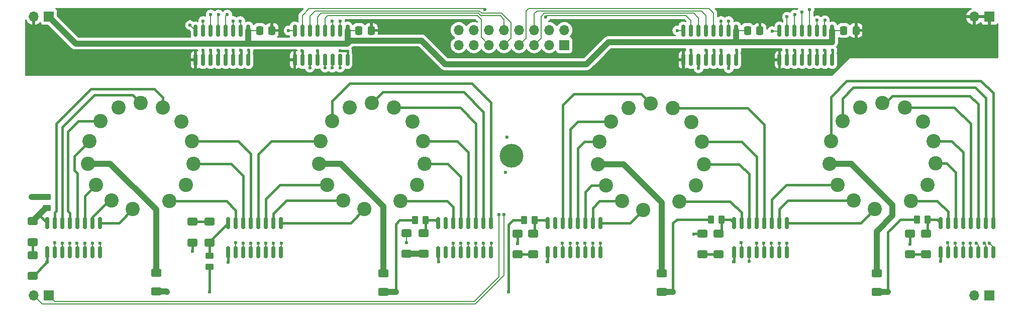
<source format=gbr>
%TF.GenerationSoftware,KiCad,Pcbnew,9.0.0*%
%TF.CreationDate,2025-03-11T11:24:57+01:00*%
%TF.ProjectId,CNIX V2 Tube Board,434e4958-2056-4322-9054-75626520426f,rev?*%
%TF.SameCoordinates,Original*%
%TF.FileFunction,Copper,L2,Bot*%
%TF.FilePolarity,Positive*%
%FSLAX46Y46*%
G04 Gerber Fmt 4.6, Leading zero omitted, Abs format (unit mm)*
G04 Created by KiCad (PCBNEW 9.0.0) date 2025-03-11 11:24:57*
%MOMM*%
%LPD*%
G01*
G04 APERTURE LIST*
G04 Aperture macros list*
%AMRoundRect*
0 Rectangle with rounded corners*
0 $1 Rounding radius*
0 $2 $3 $4 $5 $6 $7 $8 $9 X,Y pos of 4 corners*
0 Add a 4 corners polygon primitive as box body*
4,1,4,$2,$3,$4,$5,$6,$7,$8,$9,$2,$3,0*
0 Add four circle primitives for the rounded corners*
1,1,$1+$1,$2,$3*
1,1,$1+$1,$4,$5*
1,1,$1+$1,$6,$7*
1,1,$1+$1,$8,$9*
0 Add four rect primitives between the rounded corners*
20,1,$1+$1,$2,$3,$4,$5,0*
20,1,$1+$1,$4,$5,$6,$7,0*
20,1,$1+$1,$6,$7,$8,$9,0*
20,1,$1+$1,$8,$9,$2,$3,0*%
G04 Aperture macros list end*
%TA.AperFunction,ComponentPad*%
%ADD10C,2.397760*%
%TD*%
%TA.AperFunction,ComponentPad*%
%ADD11C,4.000000*%
%TD*%
%TA.AperFunction,SMDPad,CuDef*%
%ADD12RoundRect,0.250000X0.600000X-0.400000X0.600000X0.400000X-0.600000X0.400000X-0.600000X-0.400000X0*%
%TD*%
%TA.AperFunction,SMDPad,CuDef*%
%ADD13RoundRect,0.250000X-0.262500X-0.450000X0.262500X-0.450000X0.262500X0.450000X-0.262500X0.450000X0*%
%TD*%
%TA.AperFunction,ComponentPad*%
%ADD14R,1.700000X1.700000*%
%TD*%
%TA.AperFunction,ComponentPad*%
%ADD15O,1.700000X1.700000*%
%TD*%
%TA.AperFunction,SMDPad,CuDef*%
%ADD16RoundRect,0.150000X0.150000X-0.825000X0.150000X0.825000X-0.150000X0.825000X-0.150000X-0.825000X0*%
%TD*%
%TA.AperFunction,SMDPad,CuDef*%
%ADD17RoundRect,0.250000X-0.337500X-0.475000X0.337500X-0.475000X0.337500X0.475000X-0.337500X0.475000X0*%
%TD*%
%TA.AperFunction,SMDPad,CuDef*%
%ADD18RoundRect,0.250000X-0.600000X0.400000X-0.600000X-0.400000X0.600000X-0.400000X0.600000X0.400000X0*%
%TD*%
%TA.AperFunction,SMDPad,CuDef*%
%ADD19RoundRect,0.250000X0.625000X-0.400000X0.625000X0.400000X-0.625000X0.400000X-0.625000X-0.400000X0*%
%TD*%
%TA.AperFunction,SMDPad,CuDef*%
%ADD20RoundRect,0.250000X-0.450000X0.262500X-0.450000X-0.262500X0.450000X-0.262500X0.450000X0.262500X0*%
%TD*%
%TA.AperFunction,SMDPad,CuDef*%
%ADD21RoundRect,0.250000X0.450000X-0.262500X0.450000X0.262500X-0.450000X0.262500X-0.450000X-0.262500X0*%
%TD*%
%TA.AperFunction,ViaPad*%
%ADD22C,0.600000*%
%TD*%
%TA.AperFunction,Conductor*%
%ADD23C,0.400000*%
%TD*%
%TA.AperFunction,Conductor*%
%ADD24C,0.200000*%
%TD*%
%TA.AperFunction,Conductor*%
%ADD25C,1.000000*%
%TD*%
G04 APERTURE END LIST*
D10*
%TO.P,U13,1,K4*%
%TO.N,/T3_K4*%
X209671581Y-109424620D03*
%TO.P,U13,2,K6*%
%TO.N,/T3_K6*%
X206115580Y-107969200D03*
%TO.P,U13,3,K8*%
%TO.N,/T3_K8*%
X203456200Y-105312360D03*
%TO.P,U13,4,S*%
%TO.N,Net-(U13-S)*%
X202097300Y-101751280D03*
%TO.P,U13,5,K9*%
%TO.N,/T3_K9*%
X202325900Y-97933660D03*
%TO.P,U13,6,K7*%
%TO.N,/T3_K7*%
X204251220Y-94552920D03*
%TO.P,U13,7,nc*%
%TO.N,unconnected-(U13-nc-Pad7)*%
X207240801Y-92317720D03*
%TO.P,U13,8,K0*%
%TO.N,/T3_K0*%
X210972060Y-91532860D03*
%TO.P,U13,9,K2*%
%TO.N,/T3_K2*%
X214738880Y-92299940D03*
%TO.P,U13,10,A1*%
%TO.N,unconnected-(U13-A1-Pad10)*%
X217819899Y-94624040D03*
%TO.P,U13,11,K3*%
%TO.N,/T3_K3*%
X219633460Y-97946360D03*
%TO.P,U13,12,K5*%
%TO.N,/T3_K5*%
X219910320Y-101720801D03*
%TO.P,U13,13,A2*%
%TO.N,unconnected-(U13-A2-Pad13)*%
X218579360Y-105342840D03*
%TO.P,U13,14,K1*%
%TO.N,/T3_K1*%
X215826000Y-108030160D03*
%TD*%
D11*
%TO.P,H1,1,1*%
%TO.N,GND*%
X148500000Y-100400000D03*
%TD*%
D10*
%TO.P,U10,1,K4*%
%TO.N,/T0_K4*%
X84671581Y-109438260D03*
%TO.P,U10,2,K6*%
%TO.N,/T0_K6*%
X81115580Y-107982840D03*
%TO.P,U10,3,K8*%
%TO.N,/T0_K8*%
X78456200Y-105326000D03*
%TO.P,U10,4,S*%
%TO.N,Net-(U10-S)*%
X77097300Y-101764920D03*
%TO.P,U10,5,K9*%
%TO.N,/T0_K9*%
X77325900Y-97947300D03*
%TO.P,U10,6,K7*%
%TO.N,/T0_K7*%
X79251220Y-94566560D03*
%TO.P,U10,7,nc*%
%TO.N,unconnected-(U10-nc-Pad7)*%
X82240801Y-92331360D03*
%TO.P,U10,8,K0*%
%TO.N,/T0_K0*%
X85972060Y-91546500D03*
%TO.P,U10,9,K2*%
%TO.N,/T0_K2*%
X89738880Y-92313580D03*
%TO.P,U10,10,A1*%
%TO.N,unconnected-(U10-A1-Pad10)*%
X92819899Y-94637680D03*
%TO.P,U10,11,K3*%
%TO.N,/T0_K3*%
X94633460Y-97960000D03*
%TO.P,U10,12,K5*%
%TO.N,/T0_K5*%
X94910320Y-101734441D03*
%TO.P,U10,13,A2*%
%TO.N,unconnected-(U10-A2-Pad13)*%
X93579360Y-105356480D03*
%TO.P,U10,14,K1*%
%TO.N,/T0_K1*%
X90826000Y-108043800D03*
%TD*%
%TO.P,U12,1,K4*%
%TO.N,/T2_K4*%
X170638561Y-109524620D03*
%TO.P,U12,2,K6*%
%TO.N,/T2_K6*%
X167082560Y-108069200D03*
%TO.P,U12,3,K8*%
%TO.N,/T2_K8*%
X164423180Y-105412360D03*
%TO.P,U12,4,S*%
%TO.N,Net-(U12-S)*%
X163064280Y-101851280D03*
%TO.P,U12,5,K9*%
%TO.N,/T2_K9*%
X163292880Y-98033660D03*
%TO.P,U12,6,K7*%
%TO.N,/T2_K7*%
X165218200Y-94652920D03*
%TO.P,U12,7,nc*%
%TO.N,unconnected-(U12-nc-Pad7)*%
X168207781Y-92417720D03*
%TO.P,U12,8,K0*%
%TO.N,/T2_K0*%
X171939040Y-91632860D03*
%TO.P,U12,9,K2*%
%TO.N,/T2_K2*%
X175705860Y-92399940D03*
%TO.P,U12,10,A1*%
%TO.N,unconnected-(U12-A1-Pad10)*%
X178786879Y-94724040D03*
%TO.P,U12,11,K3*%
%TO.N,/T2_K3*%
X180600440Y-98046360D03*
%TO.P,U12,12,K5*%
%TO.N,/T2_K5*%
X180877300Y-101820801D03*
%TO.P,U12,13,A2*%
%TO.N,unconnected-(U12-A2-Pad13)*%
X179546340Y-105442840D03*
%TO.P,U12,14,K1*%
%TO.N,/T2_K1*%
X176792980Y-108130160D03*
%TD*%
%TO.P,U11,1,K4*%
%TO.N,/T1_K4*%
X123638561Y-109438260D03*
%TO.P,U11,2,K6*%
%TO.N,/T1_K6*%
X120082560Y-107982840D03*
%TO.P,U11,3,K8*%
%TO.N,/T1_K8*%
X117423180Y-105326000D03*
%TO.P,U11,4,S*%
%TO.N,Net-(U11-S)*%
X116064280Y-101764920D03*
%TO.P,U11,5,K9*%
%TO.N,/T1_K9*%
X116292880Y-97947300D03*
%TO.P,U11,6,K7*%
%TO.N,/T1_K7*%
X118218200Y-94566560D03*
%TO.P,U11,7,nc*%
%TO.N,unconnected-(U11-nc-Pad7)*%
X121207781Y-92331360D03*
%TO.P,U11,8,K0*%
%TO.N,/T1_K0*%
X124939040Y-91546500D03*
%TO.P,U11,9,K2*%
%TO.N,/T1_K2*%
X128705860Y-92313580D03*
%TO.P,U11,10,A1*%
%TO.N,unconnected-(U11-A1-Pad10)*%
X131786879Y-94637680D03*
%TO.P,U11,11,K3*%
%TO.N,/T1_K3*%
X133600440Y-97960000D03*
%TO.P,U11,12,K5*%
%TO.N,/T1_K5*%
X133877300Y-101734441D03*
%TO.P,U11,13,A2*%
%TO.N,unconnected-(U11-A2-Pad13)*%
X132546340Y-105356480D03*
%TO.P,U11,14,K1*%
%TO.N,/T1_K1*%
X129792980Y-108043800D03*
%TD*%
D12*
%TO.P,D1,1,K*%
%TO.N,Net-(D1-K)*%
X97600000Y-115050000D03*
%TO.P,D1,2,A*%
%TO.N,Net-(D1-A)*%
X97600000Y-111550000D03*
%TD*%
D13*
%TO.P,R2,1*%
%TO.N,HT*%
X132187500Y-111300000D03*
%TO.P,R2,2*%
%TO.N,Net-(D4-K)*%
X134012500Y-111300000D03*
%TD*%
D14*
%TO.P,J1,1,Pin_1*%
%TO.N,VDD*%
X70540000Y-77000000D03*
D15*
%TO.P,J1,2,Pin_2*%
%TO.N,GND*%
X68000000Y-77000000D03*
%TD*%
D16*
%TO.P,U5,1,I1*%
%TO.N,/T3_D9*%
X229640000Y-116700000D03*
%TO.P,U5,2,I2*%
%TO.N,/T3_D7*%
X228370000Y-116700000D03*
%TO.P,U5,3,I3*%
%TO.N,/T3_D0*%
X227100000Y-116700000D03*
%TO.P,U5,4,I4*%
%TO.N,/T3_D2*%
X225830000Y-116700000D03*
%TO.P,U5,5,I5*%
%TO.N,/T3_D3*%
X224560000Y-116700000D03*
%TO.P,U5,6,I6*%
%TO.N,/T3_D5*%
X223290000Y-116700000D03*
%TO.P,U5,7,I7*%
%TO.N,/T3_D1*%
X222020000Y-116700000D03*
%TO.P,U5,8,GND*%
%TO.N,GND*%
X220750000Y-116700000D03*
%TO.P,U5,9,COM*%
%TO.N,Net-(D10-K)*%
X220750000Y-111750000D03*
%TO.P,U5,10,O7*%
%TO.N,/T3_K1*%
X222020000Y-111750000D03*
%TO.P,U5,11,O6*%
%TO.N,/T3_K5*%
X223290000Y-111750000D03*
%TO.P,U5,12,O5*%
%TO.N,/T3_K3*%
X224560000Y-111750000D03*
%TO.P,U5,13,O4*%
%TO.N,/T3_K2*%
X225830000Y-111750000D03*
%TO.P,U5,14,O3*%
%TO.N,/T3_K0*%
X227100000Y-111750000D03*
%TO.P,U5,15,O2*%
%TO.N,/T3_K7*%
X228370000Y-111750000D03*
%TO.P,U5,16,O1*%
%TO.N,/T3_K9*%
X229640000Y-111750000D03*
%TD*%
%TO.P,U3,1,I1*%
%TO.N,/T2_D4*%
X163445000Y-116675000D03*
%TO.P,U3,2,I2*%
%TO.N,/T2_D6*%
X162175000Y-116675000D03*
%TO.P,U3,3,I3*%
%TO.N,/T2_D8*%
X160905000Y-116675000D03*
%TO.P,U3,4,I4*%
%TO.N,/T2_D9*%
X159635000Y-116675000D03*
%TO.P,U3,5,I5*%
%TO.N,/T2_D7*%
X158365000Y-116675000D03*
%TO.P,U3,6,I6*%
%TO.N,/T2_D0*%
X157095000Y-116675000D03*
%TO.P,U3,7,I7*%
%TO.N,unconnected-(U3-I7-Pad7)*%
X155825000Y-116675000D03*
%TO.P,U3,8,GND*%
%TO.N,GND*%
X154555000Y-116675000D03*
%TO.P,U3,9,COM*%
%TO.N,Net-(D6-K)*%
X154555000Y-111725000D03*
%TO.P,U3,10,O7*%
%TO.N,unconnected-(U3-O7-Pad10)*%
X155825000Y-111725000D03*
%TO.P,U3,11,O6*%
%TO.N,/T2_K0*%
X157095000Y-111725000D03*
%TO.P,U3,12,O5*%
%TO.N,/T2_K7*%
X158365000Y-111725000D03*
%TO.P,U3,13,O4*%
%TO.N,/T2_K9*%
X159635000Y-111725000D03*
%TO.P,U3,14,O3*%
%TO.N,/T2_K8*%
X160905000Y-111725000D03*
%TO.P,U3,15,O2*%
%TO.N,/T2_K6*%
X162175000Y-111725000D03*
%TO.P,U3,16,O1*%
%TO.N,/T2_K4*%
X163445000Y-111725000D03*
%TD*%
D17*
%TO.P,C4,1*%
%TO.N,VDD*%
X188275000Y-79325000D03*
%TO.P,C4,2*%
%TO.N,GND*%
X190350000Y-79325000D03*
%TD*%
D18*
%TO.P,D13,1,K*%
%TO.N,Net-(D13-K)*%
X67800000Y-117150000D03*
%TO.P,D13,2,A*%
%TO.N,GND*%
X67800000Y-120650000D03*
%TD*%
%TO.P,D8,1,K*%
%TO.N,Net-(D8-K)*%
X183400000Y-113550000D03*
%TO.P,D8,2,A*%
%TO.N,Net-(D7-K)*%
X183400000Y-117050000D03*
%TD*%
D12*
%TO.P,D5,1,K*%
%TO.N,Net-(D5-K)*%
X149500000Y-117050001D03*
%TO.P,D5,2,A*%
%TO.N,GND*%
X149500000Y-113550001D03*
%TD*%
D17*
%TO.P,C1,1*%
%TO.N,VDD*%
X106062500Y-79300000D03*
%TO.P,C1,2*%
%TO.N,GND*%
X108137500Y-79300000D03*
%TD*%
D14*
%TO.P,J5,1,Pin_1*%
%TO.N,HT*%
X229000000Y-124000000D03*
D15*
%TO.P,J5,2,Pin_2*%
X226460000Y-124000000D03*
%TD*%
D16*
%TO.P,U6,1,S4*%
%TO.N,/T0_D4*%
X104145000Y-84275000D03*
%TO.P,U6,2,S2*%
%TO.N,/T0_D2*%
X102875000Y-84275000D03*
%TO.P,U6,3,S0*%
%TO.N,/T0_D0*%
X101605000Y-84275000D03*
%TO.P,U6,4,S7*%
%TO.N,/T0_D7*%
X100335000Y-84275000D03*
%TO.P,U6,5,S9*%
%TO.N,/T0_D9*%
X99065000Y-84275000D03*
%TO.P,U6,6,S5*%
%TO.N,/T0_D5*%
X97795000Y-84275000D03*
%TO.P,U6,7,S6*%
%TO.N,/T0_D6*%
X96525000Y-84275000D03*
%TO.P,U6,8,VSS*%
%TO.N,GND*%
X95255000Y-84275000D03*
%TO.P,U6,9,S8*%
%TO.N,/T0_D8*%
X95255000Y-79325000D03*
%TO.P,U6,10,A*%
%TO.N,/CO0_0*%
X96525000Y-79325000D03*
%TO.P,U6,11,D*%
%TO.N,/CO0_3*%
X97795000Y-79325000D03*
%TO.P,U6,12,C*%
%TO.N,/CO0_2*%
X99065000Y-79325000D03*
%TO.P,U6,13,B*%
%TO.N,/CO0_1*%
X100335000Y-79325000D03*
%TO.P,U6,14,S1*%
%TO.N,/T0_D1*%
X101605000Y-79325000D03*
%TO.P,U6,15,S3*%
%TO.N,/T0_D3*%
X102875000Y-79325000D03*
%TO.P,U6,16,VDD*%
%TO.N,VDD*%
X104145000Y-79325000D03*
%TD*%
%TO.P,U4,1,I1*%
%TO.N,/T3_D4*%
X194845000Y-116675000D03*
%TO.P,U4,2,I2*%
%TO.N,/T3_D6*%
X193575000Y-116675000D03*
%TO.P,U4,3,I3*%
%TO.N,/T3_D8*%
X192305000Y-116675000D03*
%TO.P,U4,4,I4*%
%TO.N,/T2_D2*%
X191035000Y-116675000D03*
%TO.P,U4,5,I5*%
%TO.N,/T2_D3*%
X189765000Y-116675000D03*
%TO.P,U4,6,I6*%
%TO.N,/T2_D5*%
X188495000Y-116675000D03*
%TO.P,U4,7,I7*%
%TO.N,/T2_D1*%
X187225000Y-116675000D03*
%TO.P,U4,8,GND*%
%TO.N,GND*%
X185955000Y-116675000D03*
%TO.P,U4,9,COM*%
%TO.N,Net-(D8-K)*%
X185955000Y-111725000D03*
%TO.P,U4,10,O7*%
%TO.N,/T2_K1*%
X187225000Y-111725000D03*
%TO.P,U4,11,O6*%
%TO.N,/T2_K5*%
X188495000Y-111725000D03*
%TO.P,U4,12,O5*%
%TO.N,/T2_K3*%
X189765000Y-111725000D03*
%TO.P,U4,13,O4*%
%TO.N,/T2_K2*%
X191035000Y-111725000D03*
%TO.P,U4,14,O3*%
%TO.N,/T3_K8*%
X192305000Y-111725000D03*
%TO.P,U4,15,O2*%
%TO.N,/T3_K6*%
X193575000Y-111725000D03*
%TO.P,U4,16,O1*%
%TO.N,/T3_K4*%
X194845000Y-111725000D03*
%TD*%
D13*
%TO.P,R3,1*%
%TO.N,HT*%
X150587500Y-111300000D03*
%TO.P,R3,2*%
%TO.N,Net-(D6-K)*%
X152412500Y-111300000D03*
%TD*%
D19*
%TO.P,R8,1*%
%TO.N,HT*%
X173800000Y-123350001D03*
%TO.P,R8,2*%
%TO.N,Net-(U12-S)*%
X173800000Y-120249999D03*
%TD*%
%TO.P,R7,1*%
%TO.N,HT*%
X126900000Y-123350001D03*
%TO.P,R7,2*%
%TO.N,Net-(U11-S)*%
X126900000Y-120249999D03*
%TD*%
D16*
%TO.P,U9,1,S4*%
%TO.N,/T3_D4*%
X202545000Y-84275000D03*
%TO.P,U9,2,S2*%
%TO.N,/T3_D2*%
X201275000Y-84275000D03*
%TO.P,U9,3,S0*%
%TO.N,/T3_D0*%
X200005000Y-84275000D03*
%TO.P,U9,4,S7*%
%TO.N,/T3_D7*%
X198735000Y-84275000D03*
%TO.P,U9,5,S9*%
%TO.N,/T3_D9*%
X197465000Y-84275000D03*
%TO.P,U9,6,S5*%
%TO.N,/T3_D5*%
X196195000Y-84275000D03*
%TO.P,U9,7,S6*%
%TO.N,/T3_D6*%
X194925000Y-84275000D03*
%TO.P,U9,8,VSS*%
%TO.N,GND*%
X193655000Y-84275000D03*
%TO.P,U9,9,S8*%
%TO.N,/T3_D8*%
X193655000Y-79325000D03*
%TO.P,U9,10,A*%
%TO.N,/CO3_0*%
X194925000Y-79325000D03*
%TO.P,U9,11,D*%
%TO.N,/CO3_3*%
X196195000Y-79325000D03*
%TO.P,U9,12,C*%
%TO.N,/CO3_2*%
X197465000Y-79325000D03*
%TO.P,U9,13,B*%
%TO.N,/CO3_1*%
X198735000Y-79325000D03*
%TO.P,U9,14,S1*%
%TO.N,/T3_D1*%
X200005000Y-79325000D03*
%TO.P,U9,15,S3*%
%TO.N,/T3_D3*%
X201275000Y-79325000D03*
%TO.P,U9,16,VDD*%
%TO.N,VDD*%
X202545000Y-79325000D03*
%TD*%
D14*
%TO.P,J4,1,Pin_1*%
%TO.N,/LED1*%
X70540000Y-124000000D03*
D15*
%TO.P,J4,2,Pin_2*%
%TO.N,/LED2*%
X68000000Y-124000000D03*
%TD*%
D17*
%TO.P,C3,1*%
%TO.N,VDD*%
X204462500Y-79300000D03*
%TO.P,C3,2*%
%TO.N,GND*%
X206537500Y-79300000D03*
%TD*%
D14*
%TO.P,J3,1,Pin_1*%
%TO.N,/CO3_3*%
X157375000Y-81775000D03*
D15*
%TO.P,J3,2,Pin_2*%
%TO.N,/CO3_2*%
X157375000Y-79235000D03*
%TO.P,J3,3,Pin_3*%
%TO.N,/CO3_1*%
X154835000Y-81775000D03*
%TO.P,J3,4,Pin_4*%
%TO.N,/CO3_0*%
X154835000Y-79235000D03*
%TO.P,J3,5,Pin_5*%
%TO.N,/CO2_3*%
X152295001Y-81775000D03*
%TO.P,J3,6,Pin_6*%
%TO.N,/CO2_2*%
X152295000Y-79235000D03*
%TO.P,J3,7,Pin_7*%
%TO.N,/CO2_1*%
X149755000Y-81775000D03*
%TO.P,J3,8,Pin_8*%
%TO.N,/CO2_0*%
X149755000Y-79235000D03*
%TO.P,J3,9,Pin_9*%
%TO.N,/CO1_3*%
X147215000Y-81775000D03*
%TO.P,J3,10,Pin_10*%
%TO.N,/CO1_2*%
X147215000Y-79235000D03*
%TO.P,J3,11,Pin_11*%
%TO.N,/CO1_1*%
X144675000Y-81775000D03*
%TO.P,J3,12,Pin_12*%
%TO.N,/CO1_0*%
X144675000Y-79235000D03*
%TO.P,J3,13,Pin_13*%
%TO.N,/CO0_3*%
X142135000Y-81775000D03*
%TO.P,J3,14,Pin_14*%
%TO.N,/CO0_2*%
X142135000Y-79235000D03*
%TO.P,J3,15,Pin_15*%
%TO.N,/CO0_1*%
X139594999Y-81775000D03*
%TO.P,J3,16,Pin_16*%
%TO.N,/CO0_0*%
X139595000Y-79235000D03*
%TD*%
D16*
%TO.P,U8,1,S4*%
%TO.N,/T2_D4*%
X186345000Y-84275000D03*
%TO.P,U8,2,S2*%
%TO.N,/T2_D2*%
X185075000Y-84275000D03*
%TO.P,U8,3,S0*%
%TO.N,/T2_D0*%
X183805000Y-84275000D03*
%TO.P,U8,4,S7*%
%TO.N,/T2_D7*%
X182535000Y-84275000D03*
%TO.P,U8,5,S9*%
%TO.N,/T2_D9*%
X181265000Y-84275000D03*
%TO.P,U8,6,S5*%
%TO.N,/T2_D5*%
X179995000Y-84275000D03*
%TO.P,U8,7,S6*%
%TO.N,/T2_D6*%
X178725000Y-84275000D03*
%TO.P,U8,8,VSS*%
%TO.N,GND*%
X177455000Y-84275000D03*
%TO.P,U8,9,S8*%
%TO.N,/T2_D8*%
X177455000Y-79325000D03*
%TO.P,U8,10,A*%
%TO.N,/CO2_0*%
X178725000Y-79325000D03*
%TO.P,U8,11,D*%
%TO.N,/CO2_3*%
X179995000Y-79325000D03*
%TO.P,U8,12,C*%
%TO.N,/CO2_2*%
X181265000Y-79325000D03*
%TO.P,U8,13,B*%
%TO.N,/CO2_1*%
X182535000Y-79325000D03*
%TO.P,U8,14,S1*%
%TO.N,/T2_D1*%
X183805000Y-79325000D03*
%TO.P,U8,15,S3*%
%TO.N,/T2_D3*%
X185075000Y-79325000D03*
%TO.P,U8,16,VDD*%
%TO.N,VDD*%
X186345000Y-79325000D03*
%TD*%
%TO.P,U7,1,S4*%
%TO.N,/T1_D4*%
X120845000Y-84275000D03*
%TO.P,U7,2,S2*%
%TO.N,/T1_D2*%
X119575000Y-84275000D03*
%TO.P,U7,3,S0*%
%TO.N,/T1_D0*%
X118305000Y-84275000D03*
%TO.P,U7,4,S7*%
%TO.N,/T1_D7*%
X117035000Y-84275000D03*
%TO.P,U7,5,S9*%
%TO.N,/T1_D9*%
X115765000Y-84275000D03*
%TO.P,U7,6,S5*%
%TO.N,/T1_D5*%
X114495000Y-84275000D03*
%TO.P,U7,7,S6*%
%TO.N,/T1_D6*%
X113225000Y-84275000D03*
%TO.P,U7,8,VSS*%
%TO.N,GND*%
X111955000Y-84275000D03*
%TO.P,U7,9,S8*%
%TO.N,/T1_D8*%
X111955000Y-79325000D03*
%TO.P,U7,10,A*%
%TO.N,/CO1_0*%
X113225000Y-79325000D03*
%TO.P,U7,11,D*%
%TO.N,/CO1_3*%
X114495000Y-79325000D03*
%TO.P,U7,12,C*%
%TO.N,/CO1_2*%
X115765000Y-79325000D03*
%TO.P,U7,13,B*%
%TO.N,/CO1_1*%
X117035000Y-79325000D03*
%TO.P,U7,14,S1*%
%TO.N,/T1_D1*%
X118305000Y-79325000D03*
%TO.P,U7,15,S3*%
%TO.N,/T1_D3*%
X119575000Y-79325000D03*
%TO.P,U7,16,VDD*%
%TO.N,VDD*%
X120845000Y-79325000D03*
%TD*%
D19*
%TO.P,R9,1*%
%TO.N,HT*%
X210000000Y-123350001D03*
%TO.P,R9,2*%
%TO.N,Net-(U13-S)*%
X210000000Y-120249999D03*
%TD*%
D13*
%TO.P,R4,1*%
%TO.N,HT*%
X182087500Y-111200000D03*
%TO.P,R4,2*%
%TO.N,Net-(D8-K)*%
X183912500Y-111200000D03*
%TD*%
D18*
%TO.P,D10,1,K*%
%TO.N,Net-(D10-K)*%
X218300000Y-113550000D03*
%TO.P,D10,2,A*%
%TO.N,Net-(D10-A)*%
X218300000Y-117050000D03*
%TD*%
D17*
%TO.P,C2,1*%
%TO.N,VDD*%
X122762500Y-79300000D03*
%TO.P,C2,2*%
%TO.N,GND*%
X124837500Y-79300000D03*
%TD*%
D20*
%TO.P,R12,1*%
%TO.N,HT*%
X70200000Y-107387500D03*
%TO.P,R12,2*%
%TO.N,Net-(D14-K)*%
X70200000Y-109212500D03*
%TD*%
D21*
%TO.P,R1,1*%
%TO.N,HT*%
X97600000Y-119112500D03*
%TO.P,R1,2*%
%TO.N,Net-(D1-K)*%
X97600000Y-117287500D03*
%TD*%
D16*
%TO.P,U14,1,I1*%
%TO.N,/T0_D4*%
X79145000Y-116675000D03*
%TO.P,U14,2,I2*%
%TO.N,/T0_D6*%
X77875000Y-116675000D03*
%TO.P,U14,3,I3*%
%TO.N,/T0_D8*%
X76605000Y-116675000D03*
%TO.P,U14,4,I4*%
%TO.N,/T0_D9*%
X75335000Y-116675000D03*
%TO.P,U14,5,I5*%
%TO.N,/T0_D7*%
X74065000Y-116675000D03*
%TO.P,U14,6,I6*%
%TO.N,/T0_D0*%
X72795000Y-116675000D03*
%TO.P,U14,7,I7*%
%TO.N,/T0_D2*%
X71525000Y-116675000D03*
%TO.P,U14,8,GND*%
%TO.N,GND*%
X70255000Y-116675000D03*
%TO.P,U14,9,COM*%
%TO.N,Net-(D14-K)*%
X70255000Y-111725000D03*
%TO.P,U14,10,O7*%
%TO.N,/T0_K2*%
X71525000Y-111725000D03*
%TO.P,U14,11,O6*%
%TO.N,/T0_K0*%
X72795000Y-111725000D03*
%TO.P,U14,12,O5*%
%TO.N,/T0_K7*%
X74065000Y-111725000D03*
%TO.P,U14,13,O4*%
%TO.N,/T0_K9*%
X75335000Y-111725000D03*
%TO.P,U14,14,O3*%
%TO.N,/T0_K8*%
X76605000Y-111725000D03*
%TO.P,U14,15,O2*%
%TO.N,/T0_K6*%
X77875000Y-111725000D03*
%TO.P,U14,16,O1*%
%TO.N,/T0_K4*%
X79145000Y-111725000D03*
%TD*%
D18*
%TO.P,D14,1,K*%
%TO.N,Net-(D14-K)*%
X67800000Y-111450000D03*
%TO.P,D14,2,A*%
%TO.N,Net-(D13-K)*%
X67800000Y-114950000D03*
%TD*%
D14*
%TO.P,J2,1,Pin_1*%
%TO.N,GND*%
X229000000Y-77000000D03*
D15*
%TO.P,J2,2,Pin_2*%
X226460000Y-77000000D03*
%TD*%
D16*
%TO.P,U2,1,I1*%
%TO.N,/T1_D7*%
X145045000Y-116675000D03*
%TO.P,U2,2,I2*%
%TO.N,/T1_D0*%
X143775000Y-116675000D03*
%TO.P,U2,3,I3*%
%TO.N,/T1_D2*%
X142505000Y-116675000D03*
%TO.P,U2,4,I4*%
%TO.N,/T1_D3*%
X141235000Y-116675000D03*
%TO.P,U2,5,I5*%
%TO.N,/T1_D5*%
X139965000Y-116675000D03*
%TO.P,U2,6,I6*%
%TO.N,/T1_D1*%
X138695000Y-116675000D03*
%TO.P,U2,7,I7*%
%TO.N,unconnected-(U2-I7-Pad7)*%
X137425000Y-116675000D03*
%TO.P,U2,8,GND*%
%TO.N,GND*%
X136155000Y-116675000D03*
%TO.P,U2,9,COM*%
%TO.N,Net-(D4-K)*%
X136155000Y-111725000D03*
%TO.P,U2,10,O7*%
%TO.N,unconnected-(U2-O7-Pad10)*%
X137425000Y-111725000D03*
%TO.P,U2,11,O6*%
%TO.N,/T1_K1*%
X138695000Y-111725000D03*
%TO.P,U2,12,O5*%
%TO.N,/T1_K5*%
X139965000Y-111725000D03*
%TO.P,U2,13,O4*%
%TO.N,/T1_K3*%
X141235000Y-111725000D03*
%TO.P,U2,14,O3*%
%TO.N,/T1_K2*%
X142505000Y-111725000D03*
%TO.P,U2,15,O2*%
%TO.N,/T1_K0*%
X143775000Y-111725000D03*
%TO.P,U2,16,O1*%
%TO.N,/T1_K7*%
X145045000Y-111725000D03*
%TD*%
D18*
%TO.P,D2,1,K*%
%TO.N,Net-(D1-A)*%
X94700000Y-111550000D03*
%TO.P,D2,2,A*%
%TO.N,GND*%
X94700000Y-115050000D03*
%TD*%
%TO.P,D6,1,K*%
%TO.N,Net-(D6-K)*%
X152100000Y-113550000D03*
%TO.P,D6,2,A*%
%TO.N,Net-(D5-K)*%
X152100000Y-117050000D03*
%TD*%
D12*
%TO.P,D3,1,K*%
%TO.N,Net-(D3-K)*%
X130800000Y-116950000D03*
%TO.P,D3,2,A*%
%TO.N,GND*%
X130800000Y-113450000D03*
%TD*%
%TO.P,D7,1,K*%
%TO.N,Net-(D7-K)*%
X180700000Y-117050000D03*
%TO.P,D7,2,A*%
%TO.N,GND*%
X180700000Y-113550000D03*
%TD*%
D16*
%TO.P,U1,1,I1*%
%TO.N,/T1_D4*%
X109645000Y-116675000D03*
%TO.P,U1,2,I2*%
%TO.N,/T1_D6*%
X108375000Y-116675000D03*
%TO.P,U1,3,I3*%
%TO.N,/T1_D8*%
X107105000Y-116675000D03*
%TO.P,U1,4,I4*%
%TO.N,/T1_D9*%
X105835000Y-116675000D03*
%TO.P,U1,5,I5*%
%TO.N,/T0_D3*%
X104565000Y-116675000D03*
%TO.P,U1,6,I6*%
%TO.N,/T0_D5*%
X103295000Y-116675000D03*
%TO.P,U1,7,I7*%
%TO.N,/T0_D1*%
X102025000Y-116675000D03*
%TO.P,U1,8,GND*%
%TO.N,GND*%
X100755000Y-116675000D03*
%TO.P,U1,9,COM*%
%TO.N,Net-(D1-K)*%
X100755000Y-111725000D03*
%TO.P,U1,10,O7*%
%TO.N,/T0_K1*%
X102025000Y-111725000D03*
%TO.P,U1,11,O6*%
%TO.N,/T0_K5*%
X103295000Y-111725000D03*
%TO.P,U1,12,O5*%
%TO.N,/T0_K3*%
X104565000Y-111725000D03*
%TO.P,U1,13,O4*%
%TO.N,/T1_K9*%
X105835000Y-111725000D03*
%TO.P,U1,14,O3*%
%TO.N,/T1_K8*%
X107105000Y-111725000D03*
%TO.P,U1,15,O2*%
%TO.N,/T1_K6*%
X108375000Y-111725000D03*
%TO.P,U1,16,O1*%
%TO.N,/T1_K4*%
X109645000Y-111725000D03*
%TD*%
D12*
%TO.P,D9,1,K*%
%TO.N,Net-(D10-A)*%
X215600000Y-117050000D03*
%TO.P,D9,2,A*%
%TO.N,GND*%
X215600000Y-113550000D03*
%TD*%
D13*
%TO.P,R5,1*%
%TO.N,HT*%
X216787500Y-111200000D03*
%TO.P,R5,2*%
%TO.N,Net-(D10-K)*%
X218612500Y-111200000D03*
%TD*%
D18*
%TO.P,D4,1,K*%
%TO.N,Net-(D4-K)*%
X133700000Y-113450000D03*
%TO.P,D4,2,A*%
%TO.N,Net-(D3-K)*%
X133700000Y-116950000D03*
%TD*%
D19*
%TO.P,R6,1*%
%TO.N,HT*%
X88600000Y-123250001D03*
%TO.P,R6,2*%
%TO.N,Net-(U10-S)*%
X88600000Y-120149999D03*
%TD*%
D22*
%TO.N,GND*%
X147700000Y-97300000D03*
X111000000Y-84200000D03*
X208000000Y-77500000D03*
X147500000Y-103200000D03*
X149500000Y-115200000D03*
X82000000Y-78500000D03*
X160000000Y-82500000D03*
X93000000Y-83500000D03*
X216500000Y-82000000D03*
X137000000Y-78000000D03*
X91000000Y-78500000D03*
X88000000Y-78500000D03*
X84000000Y-83500000D03*
X94200000Y-84300000D03*
X149500000Y-83500000D03*
X125000000Y-82500000D03*
X128000000Y-82500000D03*
X110000000Y-84500000D03*
X206500000Y-77500000D03*
X108000000Y-84500000D03*
X148000000Y-86500000D03*
X86500000Y-78500000D03*
X68000000Y-86500000D03*
X214000000Y-77500000D03*
X222500000Y-82000000D03*
X128000000Y-83750000D03*
X132500000Y-82500000D03*
X108000000Y-86500000D03*
X139000000Y-83500000D03*
X76500000Y-83500000D03*
X108000000Y-85500000D03*
X69000000Y-83500000D03*
X151000000Y-83500000D03*
X218500000Y-77500000D03*
X190350000Y-78000000D03*
X212000000Y-82000000D03*
X109000000Y-86500000D03*
X211000000Y-77500000D03*
X192000000Y-85000000D03*
X146500000Y-83500000D03*
X89500000Y-78500000D03*
X192000000Y-78000000D03*
X229000000Y-79000000D03*
X154500000Y-118300000D03*
X210500000Y-82000000D03*
X224000000Y-82000000D03*
X221000000Y-82000000D03*
X74500000Y-78500000D03*
X110000000Y-85500000D03*
X129500000Y-82500000D03*
X160000000Y-78000000D03*
X136200000Y-118300000D03*
X152500000Y-86500000D03*
X74500000Y-86500000D03*
X126500000Y-82500000D03*
X130800000Y-115100000D03*
X155500000Y-86500000D03*
X185900000Y-118300000D03*
X78000000Y-83500000D03*
X81000000Y-83500000D03*
X154000000Y-86500000D03*
X109000000Y-85500000D03*
X131000000Y-82500000D03*
X100000000Y-86500000D03*
X95500000Y-86500000D03*
X71000000Y-79500000D03*
X226500000Y-83000000D03*
X143500000Y-83500000D03*
X123500000Y-82500000D03*
X82500000Y-83500000D03*
X77500000Y-78500000D03*
X137000000Y-79500000D03*
X91500000Y-83500000D03*
X79500000Y-83500000D03*
X207500000Y-82000000D03*
X137000000Y-81000000D03*
X137000000Y-82500000D03*
X103000000Y-86500000D03*
X69000000Y-85500000D03*
X204500000Y-82000000D03*
X206000000Y-82000000D03*
X98500000Y-86500000D03*
X209500000Y-77500000D03*
X179200000Y-113600000D03*
X109000000Y-83500000D03*
X221500000Y-77500000D03*
X108300000Y-77900000D03*
X145000000Y-86500000D03*
X124900000Y-78000000D03*
X176400000Y-84300000D03*
X142000000Y-83500000D03*
X123500000Y-83750000D03*
X225500000Y-82000000D03*
X230000000Y-80000000D03*
X125000000Y-83750000D03*
X101500000Y-86500000D03*
X217000000Y-77500000D03*
X146500000Y-86500000D03*
X110000000Y-86500000D03*
X160000000Y-79500000D03*
X94700000Y-116500000D03*
X132500000Y-83750000D03*
X69000000Y-84500000D03*
X192600000Y-84300000D03*
X80500000Y-78500000D03*
X203500000Y-77500000D03*
X205000000Y-77500000D03*
X160000000Y-81000000D03*
X218000000Y-82000000D03*
X192000000Y-86000000D03*
X90000000Y-83500000D03*
X72500000Y-76500000D03*
X85500000Y-83500000D03*
X79000000Y-78500000D03*
X87000000Y-83500000D03*
X154000000Y-83500000D03*
X100700000Y-118400000D03*
X212500000Y-77500000D03*
X73500000Y-77500000D03*
X209000000Y-82000000D03*
X69000000Y-86500000D03*
X67000000Y-86500000D03*
X140500000Y-83500000D03*
X152500000Y-83500000D03*
X220795000Y-118225000D03*
X97000000Y-86500000D03*
X145000000Y-83500000D03*
X215500000Y-77500000D03*
X213500000Y-82000000D03*
X109000000Y-84500000D03*
X131000000Y-83750000D03*
X110000000Y-83500000D03*
X223000000Y-77500000D03*
X215000000Y-82000000D03*
X88500000Y-83500000D03*
X149500000Y-86500000D03*
X70200000Y-118400000D03*
X75500000Y-84500000D03*
X71000000Y-81500000D03*
X83500000Y-78500000D03*
X85000000Y-78500000D03*
X92500000Y-78500000D03*
X219500000Y-82000000D03*
X72000000Y-80500000D03*
X151000000Y-86500000D03*
X74500000Y-85500000D03*
X148000000Y-83500000D03*
X126500000Y-83750000D03*
X215600000Y-115300000D03*
X155500000Y-83500000D03*
X70000000Y-82500000D03*
X220000000Y-77500000D03*
X76000000Y-78500000D03*
X108000000Y-83500000D03*
X129500000Y-83750000D03*
%TO.N,/LED2*%
X147200003Y-110300000D03*
%TO.N,/LED1*%
X146400000Y-110300000D03*
%TO.N,HT*%
X175700000Y-123368949D03*
X148000000Y-123368949D03*
X129000000Y-123368949D03*
X211900000Y-123368949D03*
X90400000Y-123368949D03*
X67600000Y-107400000D03*
X97600000Y-123368949D03*
%TO.N,/T1_D2*%
X142475000Y-115125000D03*
X119575000Y-85600000D03*
%TO.N,/T1_D1*%
X118300000Y-77700000D03*
X138675000Y-115125000D03*
%TO.N,/T1_D3*%
X141175000Y-115125000D03*
X119600000Y-77700000D03*
%TO.N,/T0_D7*%
X100375000Y-82625000D03*
X74075000Y-115125000D03*
%TO.N,/T0_D8*%
X76575000Y-115125000D03*
X94300000Y-78400000D03*
%TO.N,/T1_D0*%
X118275000Y-85600000D03*
X143775000Y-115125000D03*
%TO.N,/T0_D9*%
X75275000Y-115125000D03*
X99075000Y-82625000D03*
%TO.N,/T1_D6*%
X113200000Y-82700000D03*
X108375000Y-115125000D03*
%TO.N,/T1_D4*%
X119600000Y-82725000D03*
X109675000Y-115125000D03*
%TO.N,/T1_D9*%
X105775000Y-115125000D03*
X115775000Y-82725000D03*
%TO.N,/T1_D7*%
X145075000Y-115125000D03*
X117075000Y-85600000D03*
%TO.N,/T1_D8*%
X110900000Y-79300000D03*
X107075000Y-115125000D03*
%TO.N,/T1_D5*%
X139975000Y-115125000D03*
X114500000Y-85600000D03*
%TO.N,/T3_D0*%
X226800000Y-115125000D03*
X199975000Y-82625000D03*
%TO.N,/T2_D9*%
X159575000Y-115125000D03*
X181275000Y-82625000D03*
%TO.N,/T0_D2*%
X102875000Y-82625000D03*
X71500000Y-115100000D03*
%TO.N,/T0_D6*%
X77875000Y-115125000D03*
X96500000Y-82600000D03*
%TO.N,/T0_D4*%
X104175000Y-82625000D03*
X79175000Y-115125000D03*
%TO.N,/T0_D5*%
X97775000Y-82625000D03*
X103275000Y-115125000D03*
%TO.N,/T0_D3*%
X104575000Y-115125000D03*
X102800000Y-77700000D03*
%TO.N,/T0_D1*%
X101600000Y-77700000D03*
X102000000Y-115100000D03*
%TO.N,/T0_D0*%
X101575000Y-82600000D03*
X72775000Y-115125000D03*
%TO.N,/CO3_2*%
X197400000Y-76200000D03*
%TO.N,/CO3_0*%
X194900000Y-77000000D03*
%TO.N,/CO2_0*%
X154224265Y-77024265D03*
%TO.N,/CO3_1*%
X198700000Y-75800000D03*
%TO.N,/CO3_3*%
X196200000Y-76600000D03*
%TO.N,/CO0_3*%
X97795000Y-76600000D03*
%TO.N,/CO0_2*%
X99100000Y-76600000D03*
%TO.N,/CO0_1*%
X100600000Y-76600000D03*
%TO.N,/CO1_0*%
X144000000Y-75800000D03*
%TO.N,/CO0_0*%
X96525000Y-77700000D03*
%TO.N,/T2_D7*%
X182575000Y-82625000D03*
X158375000Y-115125000D03*
%TO.N,/T2_D8*%
X160875000Y-115125000D03*
X176400000Y-79300000D03*
%TO.N,/T2_D0*%
X157075000Y-115125000D03*
X183775000Y-82625000D03*
%TO.N,/T2_D4*%
X186375000Y-82625000D03*
X163475000Y-115125000D03*
%TO.N,/T2_D6*%
X162175000Y-115125000D03*
X178700000Y-82600000D03*
%TO.N,/T2_D1*%
X187200000Y-115100000D03*
X183800000Y-77700000D03*
%TO.N,/T3_D6*%
X194900000Y-82600000D03*
X193575000Y-115125000D03*
%TO.N,/T2_D3*%
X189775000Y-115125000D03*
X185100000Y-77700000D03*
%TO.N,/T2_D5*%
X180000000Y-85700000D03*
X188500000Y-118200000D03*
%TO.N,/T3_D4*%
X194875000Y-115125000D03*
X202575000Y-82625000D03*
%TO.N,/T3_D8*%
X192275000Y-115125000D03*
X192400000Y-79400000D03*
%TO.N,/T2_D2*%
X185075000Y-85700000D03*
X190975000Y-115125000D03*
%TO.N,/T3_D5*%
X196175000Y-82625000D03*
X223275000Y-115125000D03*
%TO.N,/T3_D1*%
X200000000Y-77600000D03*
X222000000Y-115100000D03*
%TO.N,/T3_D3*%
X224575000Y-115125000D03*
X201300000Y-77600000D03*
%TO.N,/T3_D2*%
X201275000Y-82625000D03*
X225775000Y-115125000D03*
%TO.N,/T3_D7*%
X198775000Y-82625000D03*
X228173528Y-115125000D03*
%TO.N,/T3_D9*%
X228973531Y-115125000D03*
X197475000Y-82625000D03*
%TD*%
D23*
%TO.N,Net-(D1-K)*%
X97600000Y-114880000D02*
X97600000Y-115050000D01*
X100755000Y-111725000D02*
X97600000Y-114880000D01*
X97600000Y-115050000D02*
X97600000Y-117287500D01*
%TO.N,Net-(D1-A)*%
X97600000Y-111550000D02*
X94700000Y-111550000D01*
D24*
%TO.N,GND*%
X111955000Y-84275000D02*
X111075000Y-84275000D01*
X130800000Y-113450000D02*
X130800000Y-115100000D01*
X177455000Y-84275000D02*
X176425000Y-84275000D01*
X206537500Y-77537500D02*
X206537500Y-79300000D01*
D23*
X100755000Y-118345000D02*
X100700000Y-118400000D01*
D24*
X176425000Y-84275000D02*
X176400000Y-84300000D01*
D23*
X94700000Y-115050000D02*
X94700000Y-116500000D01*
X185955000Y-118245000D02*
X185900000Y-118300000D01*
D24*
X190350000Y-78000000D02*
X190350000Y-79325000D01*
D23*
X180700000Y-113550000D02*
X179250000Y-113550000D01*
X179250000Y-113550000D02*
X179200000Y-113600000D01*
D24*
X94225000Y-84275000D02*
X94200000Y-84300000D01*
D23*
X136155000Y-116675000D02*
X136155000Y-118255000D01*
X67950000Y-120650000D02*
X70200000Y-118400000D01*
D24*
X193655000Y-84275000D02*
X192625000Y-84275000D01*
X111075000Y-84275000D02*
X111000000Y-84200000D01*
D23*
X136155000Y-118255000D02*
X136200000Y-118300000D01*
D24*
X108137500Y-78062500D02*
X108300000Y-77900000D01*
D23*
X154555000Y-116675000D02*
X154555000Y-118245000D01*
X215600000Y-113550000D02*
X215600000Y-115300000D01*
D24*
X192625000Y-84275000D02*
X192600000Y-84300000D01*
X124837500Y-79300000D02*
X124837500Y-78062500D01*
D23*
X70255000Y-116675000D02*
X70255000Y-118345000D01*
D24*
X108137500Y-79300000D02*
X108137500Y-78062500D01*
D23*
X154555000Y-118245000D02*
X154500000Y-118300000D01*
X149500000Y-115200000D02*
X149500000Y-113550001D01*
X220750000Y-116700000D02*
X220750000Y-118180000D01*
X70255000Y-118345000D02*
X70200000Y-118400000D01*
X185955000Y-116675000D02*
X185955000Y-118245000D01*
D24*
X124837500Y-78062500D02*
X124900000Y-78000000D01*
D23*
X100755000Y-116675000D02*
X100755000Y-118345000D01*
D24*
X95255000Y-84275000D02*
X94225000Y-84275000D01*
D23*
X67800000Y-120650000D02*
X67950000Y-120650000D01*
X220750000Y-118180000D02*
X220795000Y-118225000D01*
D24*
X206500000Y-77500000D02*
X206537500Y-77537500D01*
D25*
%TO.N,Net-(D3-K)*%
X130800001Y-116950000D02*
X133700000Y-116950000D01*
D23*
%TO.N,Net-(D4-K)*%
X135730000Y-111300000D02*
X136155000Y-111725000D01*
X133899998Y-111412502D02*
X134012500Y-111300000D01*
X134012500Y-111300000D02*
X134012500Y-113137500D01*
X134012500Y-113137500D02*
X133700000Y-113450000D01*
X134012500Y-111300000D02*
X135730000Y-111300000D01*
%TO.N,Net-(D5-K)*%
X152099999Y-117050001D02*
X152100000Y-117050000D01*
X149500000Y-117050001D02*
X152099999Y-117050001D01*
%TO.N,Net-(D6-K)*%
X154130000Y-111300000D02*
X152412500Y-111300000D01*
X152412500Y-113237500D02*
X152100000Y-113550000D01*
X152412500Y-111300000D02*
X152412500Y-113237500D01*
X154555000Y-111725000D02*
X154130000Y-111300000D01*
%TO.N,Net-(D7-K)*%
X180700000Y-117050000D02*
X183400000Y-117050000D01*
%TO.N,Net-(D8-K)*%
X183912500Y-111200000D02*
X185430000Y-111200000D01*
X183912500Y-113037500D02*
X183400000Y-113550000D01*
X183912500Y-111200000D02*
X183912500Y-113037500D01*
X185430000Y-111200000D02*
X185955000Y-111725000D01*
%TO.N,Net-(D10-K)*%
X218612500Y-113237500D02*
X218300000Y-113550000D01*
X218612500Y-111200000D02*
X220200000Y-111200000D01*
X220200000Y-111200000D02*
X220750000Y-111750000D01*
X218612500Y-111200000D02*
X218612500Y-113237500D01*
%TO.N,Net-(D10-A)*%
X215600000Y-117050000D02*
X218300000Y-117050000D01*
%TO.N,Net-(D13-K)*%
X67800000Y-114950000D02*
X67800000Y-117150000D01*
D25*
%TO.N,Net-(D14-K)*%
X68925000Y-110325000D02*
X67800000Y-111450000D01*
X70200000Y-109212500D02*
X70037500Y-109212500D01*
X70037500Y-109212500D02*
X68925000Y-110325000D01*
X68925000Y-110395000D02*
X68925000Y-110325000D01*
D23*
X70255000Y-111725000D02*
X68925000Y-110395000D01*
D25*
%TO.N,VDD*%
X202500000Y-81200000D02*
X202545000Y-81155000D01*
X202545000Y-81155000D02*
X202545000Y-79325000D01*
X133300000Y-81000000D02*
X137300000Y-85000000D01*
D24*
X204437500Y-79325000D02*
X204462500Y-79300000D01*
D25*
X104100000Y-81500000D02*
X104145000Y-81455000D01*
X70540000Y-77000000D02*
X75040000Y-81500000D01*
X120800000Y-81500000D02*
X120845000Y-81455000D01*
X186400000Y-81300000D02*
X186345000Y-81245000D01*
X161100000Y-85000000D02*
X164800000Y-81300000D01*
X104145000Y-81455000D02*
X104145000Y-79325000D01*
X120800000Y-81500000D02*
X121300000Y-81000000D01*
D24*
X202545000Y-79325000D02*
X204437500Y-79325000D01*
X120845000Y-79325000D02*
X122737500Y-79325000D01*
X104145000Y-79325000D02*
X106037500Y-79325000D01*
D25*
X186400000Y-81300000D02*
X202500000Y-81300000D01*
X164800000Y-81300000D02*
X186400000Y-81300000D01*
X137300000Y-85000000D02*
X161100000Y-85000000D01*
X104100000Y-81500000D02*
X120800000Y-81500000D01*
X186345000Y-81245000D02*
X186345000Y-79325000D01*
D24*
X106037500Y-79325000D02*
X106062500Y-79300000D01*
D25*
X121300000Y-81000000D02*
X133300000Y-81000000D01*
D24*
X188275000Y-79325000D02*
X186345000Y-79325000D01*
X122737500Y-79325000D02*
X122762500Y-79300000D01*
D25*
X202500000Y-81300000D02*
X202500000Y-81200000D01*
X75040000Y-81500000D02*
X104100000Y-81500000D01*
X120845000Y-81455000D02*
X120845000Y-79325000D01*
D24*
%TO.N,/LED2*%
X147200000Y-120600000D02*
X142400000Y-125400000D01*
X142400000Y-125400000D02*
X69400000Y-125400000D01*
X147200000Y-110300003D02*
X147200000Y-120600000D01*
X147200003Y-110300000D02*
X147200000Y-110300003D01*
X69400000Y-125400000D02*
X68000000Y-124000000D01*
%TO.N,/LED1*%
X146400000Y-110300000D02*
X146400000Y-120834314D01*
X142234314Y-125000000D02*
X71540000Y-125000000D01*
X146400000Y-120834314D02*
X142234314Y-125000000D01*
X71540000Y-125000000D02*
X70540000Y-124000000D01*
D23*
%TO.N,HT*%
X97600000Y-119112500D02*
X97600000Y-123368949D01*
X148000000Y-112000000D02*
X148000000Y-123368949D01*
X129000000Y-111900000D02*
X129000000Y-123368949D01*
D25*
X126918948Y-123368949D02*
X126900000Y-123350001D01*
X175681052Y-123350001D02*
X175700000Y-123368949D01*
D23*
X150587500Y-111300000D02*
X148700000Y-111300000D01*
X214000000Y-111200000D02*
X211900000Y-113300000D01*
X129600000Y-111300000D02*
X129000000Y-111900000D01*
X211900000Y-113300000D02*
X211900000Y-123368949D01*
X176300000Y-111200000D02*
X175700000Y-111800000D01*
X132187500Y-111300000D02*
X129600000Y-111300000D01*
X216787500Y-111200000D02*
X214000000Y-111200000D01*
D25*
X211881052Y-123350001D02*
X211900000Y-123368949D01*
X210000000Y-123350001D02*
X211881052Y-123350001D01*
D23*
X148700000Y-111300000D02*
X148000000Y-112000000D01*
D25*
X70187500Y-107400000D02*
X70200000Y-107387500D01*
X88600000Y-123250001D02*
X90281052Y-123250001D01*
X129000000Y-123368949D02*
X126918948Y-123368949D01*
X67600000Y-107400000D02*
X70187500Y-107400000D01*
X173800000Y-123350001D02*
X175681052Y-123350001D01*
D23*
X175700000Y-111800000D02*
X175700000Y-123368949D01*
D25*
X90281052Y-123250001D02*
X90400000Y-123368949D01*
D23*
X182087500Y-111200000D02*
X176300000Y-111200000D01*
D24*
%TO.N,/T1_D2*%
X142500000Y-115150000D02*
X142475000Y-115125000D01*
X119575000Y-85600000D02*
X119575000Y-84275000D01*
X142500000Y-116700000D02*
X142500000Y-115150000D01*
D23*
%TO.N,/T0_K9*%
X75335000Y-111725000D02*
X75300000Y-111690000D01*
X74800000Y-100473200D02*
X77325900Y-97947300D01*
X74800000Y-102900000D02*
X74800000Y-100473200D01*
X75300000Y-103400000D02*
X74800000Y-102900000D01*
X75300000Y-111690000D02*
X75300000Y-103400000D01*
%TO.N,/T0_K7*%
X73765000Y-109765000D02*
X73765000Y-96335000D01*
X73765000Y-96335000D02*
X75533440Y-94566560D01*
X75533440Y-94566560D02*
X79251220Y-94566560D01*
X74065000Y-111725000D02*
X74065000Y-110065000D01*
X74065000Y-110065000D02*
X73765000Y-109765000D01*
D24*
%TO.N,/T1_D1*%
X118305000Y-79325000D02*
X118305000Y-77705000D01*
X138700000Y-116700000D02*
X138700000Y-115150000D01*
X118305000Y-77705000D02*
X118300000Y-77700000D01*
X138700000Y-115150000D02*
X138675000Y-115125000D01*
%TO.N,/T1_D3*%
X119575000Y-77725000D02*
X119600000Y-77700000D01*
X141200000Y-116700000D02*
X141200000Y-115150000D01*
X119575000Y-79325000D02*
X119575000Y-77725000D01*
X141200000Y-115150000D02*
X141175000Y-115125000D01*
D23*
%TO.N,/T1_K0*%
X124939040Y-91546500D02*
X126785540Y-89700000D01*
X126785540Y-89700000D02*
X140400000Y-89700000D01*
X140400000Y-89700000D02*
X143775000Y-93075000D01*
X143775000Y-93075000D02*
X143775000Y-111725000D01*
D24*
%TO.N,/T0_D7*%
X74100000Y-116700000D02*
X74100000Y-115150000D01*
D23*
X100400000Y-82650000D02*
X100375000Y-82625000D01*
D24*
X74100000Y-115150000D02*
X74075000Y-115125000D01*
D23*
X100400000Y-84300000D02*
X100400000Y-82650000D01*
D24*
%TO.N,/T0_D8*%
X94330000Y-78400000D02*
X95255000Y-79325000D01*
X94300000Y-78400000D02*
X94330000Y-78400000D01*
X76600000Y-116700000D02*
X76600000Y-115150000D01*
X76600000Y-115150000D02*
X76575000Y-115125000D01*
X95255000Y-79325000D02*
X95255000Y-80119448D01*
D23*
%TO.N,/T1_K1*%
X137643800Y-108043800D02*
X138695000Y-109095000D01*
X129792980Y-108043800D02*
X137643800Y-108043800D01*
X138695000Y-109095000D02*
X138695000Y-111725000D01*
%TO.N,/T1_K2*%
X142505000Y-95005000D02*
X142505000Y-111725000D01*
X128705860Y-92313580D02*
X139813580Y-92313580D01*
X139813580Y-92313580D02*
X142505000Y-95005000D01*
%TO.N,/T1_K3*%
X141235000Y-99835000D02*
X141235000Y-111725000D01*
X139360000Y-97960000D02*
X141235000Y-99835000D01*
X133600440Y-97960000D02*
X139360000Y-97960000D01*
D24*
%TO.N,/T1_D0*%
X118275000Y-85600000D02*
X118275000Y-84305000D01*
X118275000Y-84305000D02*
X118305000Y-84275000D01*
X143800000Y-115150000D02*
X143775000Y-115125000D01*
X143800000Y-116700000D02*
X143800000Y-115150000D01*
D23*
%TO.N,/T0_K8*%
X76605000Y-107177200D02*
X78456200Y-105326000D01*
X76605000Y-111725000D02*
X76605000Y-107177200D01*
%TO.N,/T0_D9*%
X99100000Y-84300000D02*
X99100000Y-82650000D01*
X99100000Y-82650000D02*
X99075000Y-82625000D01*
D24*
X75300000Y-115150000D02*
X75275000Y-115125000D01*
X75300000Y-116700000D02*
X75300000Y-115150000D01*
D23*
%TO.N,/T1_K4*%
X121351821Y-111725000D02*
X123638561Y-109438260D01*
X109645000Y-111725000D02*
X121351821Y-111725000D01*
%TO.N,/T1_K9*%
X105835000Y-100165000D02*
X108052700Y-97947300D01*
X105835000Y-111725000D02*
X105835000Y-100165000D01*
X108052700Y-97947300D02*
X116292880Y-97947300D01*
%TO.N,/T1_K5*%
X139965000Y-111725000D02*
X139965000Y-103965000D01*
X139965000Y-103965000D02*
X137734441Y-101734441D01*
X137734441Y-101734441D02*
X133877300Y-101734441D01*
%TO.N,/T1_D6*%
X113225000Y-84375000D02*
X113225000Y-82725000D01*
X113225000Y-82725000D02*
X113200000Y-82700000D01*
D24*
X108400000Y-116700000D02*
X108400000Y-115150000D01*
X108400000Y-115150000D02*
X108375000Y-115125000D01*
D23*
%TO.N,/T1_K7*%
X141800000Y-88200000D02*
X145045000Y-91445000D01*
X145045000Y-91445000D02*
X145045000Y-111725000D01*
X121200000Y-88200000D02*
X141800000Y-88200000D01*
X118218200Y-91181800D02*
X121200000Y-88200000D01*
X118218200Y-94566560D02*
X118218200Y-91181800D01*
D24*
%TO.N,/T1_D4*%
X109700000Y-116700000D02*
X109700000Y-115150000D01*
D23*
X120900000Y-84400000D02*
X120900000Y-82750000D01*
D24*
X109700000Y-115150000D02*
X109675000Y-115125000D01*
D23*
X120900000Y-82750000D02*
X119625000Y-82750000D01*
X119625000Y-82750000D02*
X119600000Y-82725000D01*
%TO.N,/T1_K8*%
X107105000Y-111725000D02*
X107105000Y-107695000D01*
X109474000Y-105326000D02*
X117423180Y-105326000D01*
X107105000Y-107695000D02*
X109474000Y-105326000D01*
D24*
%TO.N,/T1_D9*%
X105800000Y-116700000D02*
X105800000Y-115150000D01*
X105800000Y-115150000D02*
X105775000Y-115125000D01*
D23*
X115800000Y-82750000D02*
X115775000Y-82725000D01*
X115800000Y-84400000D02*
X115800000Y-82750000D01*
%TO.N,/T1_K6*%
X108375000Y-110125000D02*
X110517160Y-107982840D01*
X108375000Y-111725000D02*
X108375000Y-110125000D01*
X110517160Y-107982840D02*
X120082560Y-107982840D01*
D24*
%TO.N,/T1_D7*%
X117075000Y-85600000D02*
X117075000Y-84315000D01*
X145100000Y-116700000D02*
X145100000Y-115150000D01*
X117075000Y-84315000D02*
X117035000Y-84275000D01*
X145100000Y-115150000D02*
X145075000Y-115125000D01*
%TO.N,/T1_D8*%
X107100000Y-116700000D02*
X107100000Y-115150000D01*
X110900000Y-79300000D02*
X111930000Y-79300000D01*
X111930000Y-79300000D02*
X111955000Y-79325000D01*
X107100000Y-115150000D02*
X107075000Y-115125000D01*
%TO.N,/T1_D5*%
X114495000Y-84275000D02*
X114495000Y-85595000D01*
X140000000Y-116700000D02*
X140000000Y-115150000D01*
X114495000Y-85595000D02*
X114500000Y-85600000D01*
X140000000Y-115150000D02*
X139975000Y-115125000D01*
D23*
%TO.N,/T2_K4*%
X163445000Y-111725000D02*
X168438181Y-111725000D01*
X168438181Y-111725000D02*
X170638561Y-109524620D01*
%TO.N,/T2_K3*%
X189765000Y-100565000D02*
X187246360Y-98046360D01*
X187246360Y-98046360D02*
X180600440Y-98046360D01*
X189765000Y-111725000D02*
X189765000Y-100565000D01*
%TO.N,/T2_K1*%
X185330160Y-108130160D02*
X176792980Y-108130160D01*
X187225000Y-110025000D02*
X185330160Y-108130160D01*
X187225000Y-111725000D02*
X187225000Y-110025000D01*
%TO.N,/T2_K5*%
X186820801Y-101820801D02*
X180877300Y-101820801D01*
X188495000Y-103495000D02*
X186820801Y-101820801D01*
X188495000Y-111725000D02*
X188495000Y-103495000D01*
%TO.N,/T2_K0*%
X157095000Y-91905000D02*
X159000000Y-90000000D01*
X157095000Y-111725000D02*
X157095000Y-91905000D01*
X170306180Y-90000000D02*
X171939040Y-91632860D01*
X159000000Y-90000000D02*
X170306180Y-90000000D01*
%TO.N,/T2_K2*%
X188299940Y-92399940D02*
X191035000Y-95135000D01*
X191035000Y-95135000D02*
X191035000Y-111725000D01*
X175705860Y-92399940D02*
X188299940Y-92399940D01*
%TO.N,/T2_K8*%
X161987640Y-105412360D02*
X160905000Y-106495000D01*
X164423180Y-105412360D02*
X161987640Y-105412360D01*
X160905000Y-106495000D02*
X160905000Y-111725000D01*
D24*
%TO.N,/T3_D0*%
X226800000Y-115125000D02*
X227100000Y-115425000D01*
D23*
X200000000Y-82650000D02*
X199975000Y-82625000D01*
X200000000Y-84300000D02*
X200000000Y-82650000D01*
D24*
X227100000Y-115425000D02*
X227100000Y-116700000D01*
D23*
%TO.N,/T3_K2*%
X225830000Y-95030000D02*
X223099940Y-92299940D01*
X223099940Y-92299940D02*
X214738880Y-92299940D01*
X225830000Y-111750000D02*
X225830000Y-95030000D01*
%TO.N,/T2_K9*%
X159635000Y-99165000D02*
X160766340Y-98033660D01*
X160766340Y-98033660D02*
X163292880Y-98033660D01*
X159635000Y-111725000D02*
X159635000Y-99165000D01*
%TO.N,/T3_K0*%
X227100000Y-91700000D02*
X225733980Y-90333980D01*
X225733980Y-90333980D02*
X212666020Y-90333980D01*
X227100000Y-111750000D02*
X227100000Y-91700000D01*
X211467140Y-91532860D02*
X210972060Y-91532860D01*
X212666020Y-90333980D02*
X211467140Y-91532860D01*
%TO.N,/T2_K7*%
X159647080Y-94652920D02*
X165218200Y-94652920D01*
X158365000Y-111725000D02*
X158365000Y-95935000D01*
X158365000Y-95935000D02*
X159647080Y-94652920D01*
%TO.N,/T3_K1*%
X222020000Y-111750000D02*
X222020000Y-109820000D01*
X220230160Y-108030160D02*
X215826000Y-108030160D01*
X222020000Y-109820000D02*
X220230160Y-108030160D01*
%TO.N,/T2_K6*%
X162175000Y-109225000D02*
X163330800Y-108069200D01*
X162175000Y-111725000D02*
X162175000Y-109225000D01*
X163330800Y-108069200D02*
X167082560Y-108069200D01*
%TO.N,/T2_D9*%
X181300000Y-84300000D02*
X181300000Y-82650000D01*
D24*
X159600000Y-115150000D02*
X159575000Y-115125000D01*
X159600000Y-116700000D02*
X159600000Y-115150000D01*
D23*
X181300000Y-82650000D02*
X181275000Y-82625000D01*
%TO.N,/T3_K8*%
X192305000Y-111725000D02*
X192305000Y-107795000D01*
X194787640Y-105312360D02*
X203456200Y-105312360D01*
X192305000Y-107795000D02*
X194787640Y-105312360D01*
%TO.N,/T3_K6*%
X193575000Y-111725000D02*
X193575000Y-109425000D01*
X193575000Y-109425000D02*
X195030800Y-107969200D01*
X195030800Y-107969200D02*
X206115580Y-107969200D01*
%TO.N,/T3_K3*%
X224560000Y-111750000D02*
X224560000Y-99860000D01*
X224560000Y-99860000D02*
X222646360Y-97946360D01*
X222646360Y-97946360D02*
X219633460Y-97946360D01*
%TO.N,/T3_K5*%
X223290000Y-103190000D02*
X221820801Y-101720801D01*
X223290000Y-111750000D02*
X223290000Y-103190000D01*
X221820801Y-101720801D02*
X219910320Y-101720801D01*
%TO.N,/T3_K7*%
X204251220Y-90748780D02*
X204251220Y-94552920D01*
X228370000Y-90670000D02*
X226600000Y-88900000D01*
X206100000Y-88900000D02*
X204251220Y-90748780D01*
X228370000Y-111750000D02*
X228370000Y-90670000D01*
X226600000Y-88900000D02*
X206100000Y-88900000D01*
%TO.N,/T3_K4*%
X194845000Y-111725000D02*
X207371201Y-111725000D01*
X207371201Y-111725000D02*
X209671581Y-109424620D01*
%TO.N,/T3_K9*%
X229640000Y-89840000D02*
X229640000Y-111750000D01*
X202325900Y-90474100D02*
X205000000Y-87800000D01*
X227600000Y-87800000D02*
X229640000Y-89840000D01*
X205000000Y-87800000D02*
X227600000Y-87800000D01*
X202325900Y-97933660D02*
X202325900Y-90474100D01*
D24*
%TO.N,/T0_D2*%
X71525000Y-115125000D02*
X71500000Y-115100000D01*
D23*
X102875000Y-82625000D02*
X102900000Y-82650000D01*
D24*
X71525000Y-116675000D02*
X71525000Y-115125000D01*
D23*
X102900000Y-82650000D02*
X102900000Y-84300000D01*
D24*
%TO.N,/T0_D6*%
X77900000Y-115150000D02*
X77875000Y-115125000D01*
X77900000Y-116700000D02*
X77900000Y-115150000D01*
D23*
X96525000Y-84275000D02*
X96525000Y-82625000D01*
X96525000Y-82625000D02*
X96500000Y-82600000D01*
%TO.N,/T0_D4*%
X104200000Y-84300000D02*
X104200000Y-82650000D01*
X104200000Y-82650000D02*
X104175000Y-82625000D01*
D24*
X79200000Y-115150000D02*
X79175000Y-115125000D01*
X79200000Y-116700000D02*
X79200000Y-115150000D01*
%TO.N,/T0_D5*%
X103300000Y-116700000D02*
X103300000Y-115150000D01*
D23*
X97800000Y-84300000D02*
X97800000Y-82650000D01*
X97800000Y-82650000D02*
X97775000Y-82625000D01*
D24*
X103300000Y-115150000D02*
X103275000Y-115125000D01*
%TO.N,/T0_D3*%
X102875000Y-79325000D02*
X102875000Y-77775000D01*
X104600000Y-116700000D02*
X104600000Y-115150000D01*
X102875000Y-77775000D02*
X102800000Y-77700000D01*
X104600000Y-115150000D02*
X104575000Y-115125000D01*
%TO.N,/T0_D1*%
X102025000Y-116675000D02*
X102025000Y-115125000D01*
X101605000Y-77705000D02*
X101600000Y-77700000D01*
X102025000Y-115125000D02*
X102000000Y-115100000D01*
X101605000Y-79325000D02*
X101605000Y-77705000D01*
D23*
%TO.N,/T0_D0*%
X101575000Y-82600000D02*
X101600000Y-82625000D01*
D24*
X72800000Y-115150000D02*
X72775000Y-115125000D01*
X72800000Y-116700000D02*
X72800000Y-115150000D01*
D23*
X101600000Y-82625000D02*
X101600000Y-84300000D01*
%TO.N,/T0_K0*%
X78200000Y-90200000D02*
X84625560Y-90200000D01*
X72795000Y-111725000D02*
X72795000Y-95605000D01*
X72795000Y-95605000D02*
X78200000Y-90200000D01*
X84625560Y-90200000D02*
X85972060Y-91546500D01*
%TO.N,/T0_K5*%
X103295000Y-111725000D02*
X103295000Y-103795000D01*
X103295000Y-103795000D02*
X101234441Y-101734441D01*
X101234441Y-101734441D02*
X94910320Y-101734441D01*
%TO.N,/T0_K1*%
X102025000Y-111725000D02*
X102025000Y-109625000D01*
X100443800Y-108043800D02*
X90826000Y-108043800D01*
X102025000Y-109625000D02*
X100443800Y-108043800D01*
%TO.N,/T0_K4*%
X82384841Y-111725000D02*
X84671581Y-109438260D01*
X79145000Y-111725000D02*
X82384841Y-111725000D01*
%TO.N,/T0_K6*%
X77875000Y-111725000D02*
X77875000Y-110750001D01*
X77875000Y-110750001D02*
X80642161Y-107982840D01*
X80642161Y-107982840D02*
X81115580Y-107982840D01*
%TO.N,/T0_K3*%
X104565000Y-100065000D02*
X104565000Y-111725000D01*
X94633460Y-97960000D02*
X102460000Y-97960000D01*
X102460000Y-97960000D02*
X104565000Y-100065000D01*
%TO.N,/T0_K2*%
X77600000Y-89200000D02*
X88300000Y-89200000D01*
X89738880Y-90638880D02*
X89738880Y-92313580D01*
X88300000Y-89200000D02*
X89738880Y-90638880D01*
X71525000Y-111725000D02*
X71500000Y-111700000D01*
X71800000Y-109700000D02*
X71800000Y-95000000D01*
X71500000Y-110000000D02*
X71800000Y-109700000D01*
X71800000Y-95000000D02*
X77600000Y-89200000D01*
X71500000Y-111700000D02*
X71500000Y-110000000D01*
D24*
%TO.N,/CO1_2*%
X142934314Y-76400000D02*
X116400000Y-76400000D01*
X143334314Y-76800000D02*
X142934314Y-76400000D01*
X147240000Y-77440000D02*
X146600000Y-76800000D01*
X146600000Y-76800000D02*
X143334314Y-76800000D01*
X115765000Y-77035000D02*
X115765000Y-79325000D01*
X116400000Y-76400000D02*
X115765000Y-77035000D01*
X147240000Y-79240000D02*
X147240000Y-77440000D01*
%TO.N,/CO3_2*%
X197465000Y-76265000D02*
X197465000Y-79325000D01*
X197400000Y-76200000D02*
X197465000Y-76265000D01*
%TO.N,/CO3_0*%
X194925000Y-77725000D02*
X194925000Y-79325000D01*
X194900000Y-77000000D02*
X194900000Y-77700000D01*
X194900000Y-77700000D02*
X194925000Y-77725000D01*
%TO.N,/CO2_0*%
X154448530Y-76800000D02*
X177900000Y-76800000D01*
X177900000Y-76800000D02*
X178725000Y-77625000D01*
X178725000Y-77625000D02*
X178725000Y-79325000D01*
X154224265Y-77024265D02*
X154448530Y-76800000D01*
%TO.N,/CO1_1*%
X117500000Y-76800000D02*
X142700000Y-76800000D01*
X143400000Y-80480000D02*
X144700000Y-81780000D01*
X117035000Y-79325000D02*
X117035000Y-77265000D01*
X117035000Y-77265000D02*
X117500000Y-76800000D01*
X142700000Y-76800000D02*
X143400000Y-77500000D01*
X143400000Y-77500000D02*
X143400000Y-80480000D01*
%TO.N,/CO3_1*%
X198700000Y-75800000D02*
X198735000Y-75835000D01*
X198735000Y-75835000D02*
X198735000Y-79325000D01*
%TO.N,/CO2_3*%
X154000000Y-76400000D02*
X179200000Y-76400000D01*
X179995000Y-77195000D02*
X179995000Y-79325000D01*
X153470000Y-80630001D02*
X153470000Y-76930000D01*
X152320001Y-81780000D02*
X153470000Y-80630001D01*
X153470000Y-76930000D02*
X154000000Y-76400000D01*
X179200000Y-76400000D02*
X179995000Y-77195000D01*
%TO.N,/CO3_3*%
X196200000Y-76600000D02*
X196195000Y-76605000D01*
X196195000Y-76605000D02*
X196195000Y-79325000D01*
%TO.N,/CO2_2*%
X180500000Y-76000000D02*
X181265000Y-76765000D01*
X152320000Y-79240000D02*
X152320000Y-76480000D01*
X152320000Y-76480000D02*
X152800000Y-76000000D01*
X181265000Y-76765000D02*
X181265000Y-79325000D01*
X152800000Y-76000000D02*
X180500000Y-76000000D01*
%TO.N,/CO2_1*%
X149780000Y-81780000D02*
X150930000Y-80630000D01*
X151400000Y-75600000D02*
X181800000Y-75600000D01*
X181800000Y-75600000D02*
X182535000Y-76335000D01*
X150930000Y-80630000D02*
X150930000Y-76070000D01*
X182535000Y-76335000D02*
X182535000Y-79325000D01*
X150930000Y-76070000D02*
X151400000Y-75600000D01*
%TO.N,/CO0_3*%
X97795000Y-76600000D02*
X97795000Y-79325000D01*
%TO.N,/CO0_2*%
X99065000Y-76635000D02*
X99065000Y-79325000D01*
X99100000Y-76600000D02*
X99065000Y-76635000D01*
%TO.N,/CO0_1*%
X100335000Y-76865000D02*
X100335000Y-79325000D01*
X100600000Y-76600000D02*
X100335000Y-76865000D01*
%TO.N,/CO1_3*%
X148390000Y-80630000D02*
X147240000Y-81780000D01*
X114495000Y-76905000D02*
X115400000Y-76000000D01*
X114495000Y-79325000D02*
X114495000Y-76905000D01*
X143500000Y-76400000D02*
X146765686Y-76400000D01*
X115400000Y-76000000D02*
X143100000Y-76000000D01*
X146765686Y-76400000D02*
X148390000Y-78024314D01*
X148390000Y-78024314D02*
X148390000Y-80630000D01*
X143100000Y-76000000D02*
X143500000Y-76400000D01*
%TO.N,/CO1_0*%
X113225000Y-76775000D02*
X113225000Y-79325000D01*
X143800000Y-75600000D02*
X114400000Y-75600000D01*
X144000000Y-75800000D02*
X143800000Y-75600000D01*
X114400000Y-75600000D02*
X113225000Y-76775000D01*
%TO.N,/CO0_0*%
X96525000Y-77800000D02*
X96525000Y-79325000D01*
D25*
%TO.N,Net-(U10-S)*%
X88600000Y-120149999D02*
X88600000Y-109500000D01*
X88600000Y-109500000D02*
X80864920Y-101764920D01*
X80864920Y-101764920D02*
X77097300Y-101764920D01*
%TO.N,Net-(U11-S)*%
X119664920Y-101764920D02*
X116064280Y-101764920D01*
X126900000Y-109000000D02*
X126900000Y-120249999D01*
X119664920Y-101764920D02*
X126900000Y-109000000D01*
%TO.N,Net-(U12-S)*%
X167351280Y-101851280D02*
X173800000Y-108300000D01*
X173800000Y-108300000D02*
X173800000Y-120249999D01*
X163064280Y-101851280D02*
X167351280Y-101851280D01*
%TO.N,Net-(U13-S)*%
X212700000Y-108700000D02*
X205751280Y-101751280D01*
X210000000Y-113200000D02*
X212700000Y-110500000D01*
X205751280Y-101751280D02*
X202097300Y-101751280D01*
X210000000Y-120249999D02*
X210000000Y-113200000D01*
X212700000Y-110500000D02*
X212700000Y-108700000D01*
D23*
%TO.N,/T2_D7*%
X182600000Y-82650000D02*
X182575000Y-82625000D01*
X182600000Y-84300000D02*
X182600000Y-82650000D01*
D24*
X158400000Y-116700000D02*
X158400000Y-115150000D01*
X158400000Y-115150000D02*
X158375000Y-115125000D01*
%TO.N,/T2_D8*%
X177430000Y-79300000D02*
X177455000Y-79325000D01*
X160900000Y-115150000D02*
X160875000Y-115125000D01*
X160900000Y-116700000D02*
X160900000Y-115150000D01*
X176400000Y-79300000D02*
X177430000Y-79300000D01*
%TO.N,/T2_D0*%
X157100000Y-115150000D02*
X157075000Y-115125000D01*
D23*
X183800000Y-84300000D02*
X183800000Y-82650000D01*
D24*
X157100000Y-116700000D02*
X157100000Y-115150000D01*
D23*
X183800000Y-82650000D02*
X183775000Y-82625000D01*
D24*
%TO.N,/T2_D4*%
X163500000Y-115150000D02*
X163475000Y-115125000D01*
D23*
X186400000Y-84300000D02*
X186400000Y-82650000D01*
X186400000Y-82650000D02*
X186375000Y-82625000D01*
D24*
X163500000Y-116700000D02*
X163500000Y-115150000D01*
%TO.N,/T2_D6*%
X162200000Y-116700000D02*
X162200000Y-115150000D01*
D23*
X178725000Y-84275000D02*
X178725000Y-82625000D01*
X178725000Y-82625000D02*
X178700000Y-82600000D01*
D24*
X162200000Y-115150000D02*
X162175000Y-115125000D01*
%TO.N,/T2_D1*%
X187225000Y-115125000D02*
X187200000Y-115100000D01*
X183805000Y-79325000D02*
X183805000Y-77705000D01*
X187225000Y-116675000D02*
X187225000Y-115125000D01*
X183805000Y-77705000D02*
X183800000Y-77700000D01*
%TO.N,/T3_D6*%
X193600000Y-116700000D02*
X193600000Y-115150000D01*
D23*
X194925000Y-82625000D02*
X194900000Y-82600000D01*
X194925000Y-84275000D02*
X194925000Y-82625000D01*
D24*
X193600000Y-115150000D02*
X193575000Y-115125000D01*
%TO.N,/T2_D3*%
X185075000Y-77725000D02*
X185075000Y-79325000D01*
X189800000Y-116700000D02*
X189800000Y-115150000D01*
X189800000Y-115150000D02*
X189775000Y-115125000D01*
X185100000Y-77700000D02*
X185075000Y-77725000D01*
D23*
%TO.N,/T2_D5*%
X180000000Y-85700000D02*
X180000000Y-84300000D01*
D24*
X188500000Y-118200000D02*
X188500000Y-116700000D01*
D23*
%TO.N,/T3_D4*%
X202600000Y-82650000D02*
X202575000Y-82625000D01*
D24*
X194900000Y-116700000D02*
X194900000Y-115150000D01*
D23*
X202600000Y-84300000D02*
X202600000Y-82650000D01*
D24*
X194900000Y-115150000D02*
X194875000Y-115125000D01*
%TO.N,/T3_D8*%
X192300000Y-115150000D02*
X192275000Y-115125000D01*
X192300000Y-116700000D02*
X192300000Y-115150000D01*
X193580000Y-79400000D02*
X193655000Y-79325000D01*
X192400000Y-79400000D02*
X193580000Y-79400000D01*
%TO.N,/T2_D2*%
X191000000Y-116700000D02*
X191000000Y-115150000D01*
D23*
X185075000Y-85700000D02*
X185075000Y-84325000D01*
D24*
X191000000Y-115150000D02*
X190975000Y-115125000D01*
D23*
X185075000Y-84325000D02*
X185100000Y-84300000D01*
%TO.N,/T3_D5*%
X196200000Y-84300000D02*
X196200000Y-82650000D01*
D24*
X223300000Y-115150000D02*
X223275000Y-115125000D01*
X223300000Y-116700000D02*
X223300000Y-115150000D01*
%TO.N,/T3_D1*%
X222025000Y-115125000D02*
X222000000Y-115100000D01*
X222025000Y-116675000D02*
X222025000Y-115125000D01*
X200005000Y-77605000D02*
X200000000Y-77600000D01*
X200005000Y-79325000D02*
X200005000Y-77605000D01*
%TO.N,/T3_D3*%
X224600000Y-115150000D02*
X224575000Y-115125000D01*
X224600000Y-116700000D02*
X224600000Y-115150000D01*
X201275000Y-77625000D02*
X201300000Y-77600000D01*
X201275000Y-79325000D02*
X201275000Y-77625000D01*
D23*
%TO.N,/T3_D2*%
X201300000Y-82650000D02*
X201275000Y-82625000D01*
D24*
X225800000Y-116700000D02*
X225800000Y-115150000D01*
D23*
X201300000Y-84300000D02*
X201300000Y-82650000D01*
D24*
X225800000Y-115150000D02*
X225775000Y-115125000D01*
%TO.N,/T3_D7*%
X228173528Y-115125000D02*
X228400000Y-115351472D01*
D23*
X198800000Y-84300000D02*
X198800000Y-82650000D01*
D24*
X228400000Y-115351472D02*
X228400000Y-116700000D01*
D23*
X198800000Y-82650000D02*
X198775000Y-82625000D01*
D24*
%TO.N,/T3_D9*%
X228973531Y-115125000D02*
X229700000Y-115851469D01*
D23*
X197500000Y-82650000D02*
X197475000Y-82625000D01*
X197500000Y-84300000D02*
X197500000Y-82650000D01*
D24*
X229700000Y-115851469D02*
X229700000Y-116700000D01*
%TD*%
%TA.AperFunction,Conductor*%
%TO.N,GND*%
G36*
X225990427Y-75520185D02*
G01*
X226036182Y-75572989D01*
X226046126Y-75642147D01*
X226017101Y-75705703D01*
X225961706Y-75742431D01*
X225941782Y-75748904D01*
X225752442Y-75845379D01*
X225580540Y-75970272D01*
X225580535Y-75970276D01*
X225430276Y-76120535D01*
X225430272Y-76120540D01*
X225305379Y-76292442D01*
X225208904Y-76481782D01*
X225143242Y-76683870D01*
X225143242Y-76683873D01*
X225132769Y-76750000D01*
X226026988Y-76750000D01*
X225994075Y-76807007D01*
X225960000Y-76934174D01*
X225960000Y-77065826D01*
X225994075Y-77192993D01*
X226026988Y-77250000D01*
X225132769Y-77250000D01*
X225143242Y-77316126D01*
X225143242Y-77316129D01*
X225208904Y-77518217D01*
X225305379Y-77707557D01*
X225430272Y-77879459D01*
X225430276Y-77879464D01*
X225580535Y-78029723D01*
X225580540Y-78029727D01*
X225752442Y-78154620D01*
X225941782Y-78251095D01*
X226143871Y-78316757D01*
X226210000Y-78327231D01*
X226210000Y-77433012D01*
X226267007Y-77465925D01*
X226394174Y-77500000D01*
X226525826Y-77500000D01*
X226652993Y-77465925D01*
X226710000Y-77433012D01*
X226710000Y-78327230D01*
X226776126Y-78316757D01*
X226776129Y-78316757D01*
X226978217Y-78251095D01*
X227167557Y-78154620D01*
X227339458Y-78029728D01*
X227453521Y-77915665D01*
X227514844Y-77882180D01*
X227584536Y-77887164D01*
X227640470Y-77929035D01*
X227657385Y-77960013D01*
X227706645Y-78092086D01*
X227706649Y-78092093D01*
X227792809Y-78207187D01*
X227792812Y-78207190D01*
X227907906Y-78293350D01*
X227907913Y-78293354D01*
X228042620Y-78343596D01*
X228042627Y-78343598D01*
X228102155Y-78349999D01*
X228102172Y-78350000D01*
X228750000Y-78350000D01*
X228750000Y-77433012D01*
X228807007Y-77465925D01*
X228934174Y-77500000D01*
X229065826Y-77500000D01*
X229192993Y-77465925D01*
X229250000Y-77433012D01*
X229250000Y-78350000D01*
X229897828Y-78350000D01*
X229897844Y-78349999D01*
X229957372Y-78343598D01*
X229957379Y-78343596D01*
X230092086Y-78293354D01*
X230092093Y-78293350D01*
X230207187Y-78207190D01*
X230207190Y-78207187D01*
X230276234Y-78114958D01*
X230332168Y-78073087D01*
X230401859Y-78068103D01*
X230463182Y-78101589D01*
X230496666Y-78162912D01*
X230499500Y-78189269D01*
X230499500Y-83876000D01*
X230479815Y-83943039D01*
X230427011Y-83988794D01*
X230375500Y-84000000D01*
X205499999Y-84000000D01*
X202536319Y-86963681D01*
X202474996Y-86997166D01*
X202448638Y-87000000D01*
X66624500Y-87000000D01*
X66557461Y-86980315D01*
X66511706Y-86927511D01*
X66500500Y-86876000D01*
X66500500Y-85165649D01*
X94455000Y-85165649D01*
X94457899Y-85202489D01*
X94457900Y-85202495D01*
X94503716Y-85360193D01*
X94503717Y-85360196D01*
X94587314Y-85501552D01*
X94587321Y-85501561D01*
X94703438Y-85617678D01*
X94703447Y-85617685D01*
X94844801Y-85701281D01*
X95002514Y-85747100D01*
X95002511Y-85747100D01*
X95004998Y-85747295D01*
X95005000Y-85747295D01*
X95005000Y-84525000D01*
X94455000Y-84525000D01*
X94455000Y-85165649D01*
X66500500Y-85165649D01*
X66500500Y-83384350D01*
X94455000Y-83384350D01*
X94455000Y-84025000D01*
X95005000Y-84025000D01*
X95005000Y-82802703D01*
X95002503Y-82802900D01*
X94844806Y-82848716D01*
X94844803Y-82848717D01*
X94703447Y-82932314D01*
X94703438Y-82932321D01*
X94587321Y-83048438D01*
X94587314Y-83048447D01*
X94503717Y-83189803D01*
X94503716Y-83189806D01*
X94457900Y-83347504D01*
X94457899Y-83347510D01*
X94455000Y-83384350D01*
X66500500Y-83384350D01*
X66500500Y-77536611D01*
X66520185Y-77469572D01*
X66572989Y-77423817D01*
X66642147Y-77413873D01*
X66705703Y-77442898D01*
X66742432Y-77498294D01*
X66748906Y-77518221D01*
X66845379Y-77707557D01*
X66970272Y-77879459D01*
X66970276Y-77879464D01*
X67120535Y-78029723D01*
X67120540Y-78029727D01*
X67292442Y-78154620D01*
X67481782Y-78251095D01*
X67683871Y-78316757D01*
X67750000Y-78327231D01*
X67750000Y-77433012D01*
X67807007Y-77465925D01*
X67934174Y-77500000D01*
X68065826Y-77500000D01*
X68192993Y-77465925D01*
X68250000Y-77433012D01*
X68250000Y-78327230D01*
X68316126Y-78316757D01*
X68316129Y-78316757D01*
X68518217Y-78251095D01*
X68707557Y-78154620D01*
X68879458Y-78029728D01*
X68993133Y-77916053D01*
X69054456Y-77882568D01*
X69124148Y-77887552D01*
X69180082Y-77929423D01*
X69196997Y-77960401D01*
X69246202Y-78092328D01*
X69246206Y-78092335D01*
X69332452Y-78207544D01*
X69332455Y-78207547D01*
X69447664Y-78293793D01*
X69447671Y-78293797D01*
X69582517Y-78344091D01*
X69582516Y-78344091D01*
X69589444Y-78344835D01*
X69642127Y-78350500D01*
X70424217Y-78350499D01*
X70491256Y-78370183D01*
X70511898Y-78386818D01*
X74259735Y-82134655D01*
X74259764Y-82134686D01*
X74402217Y-82277139D01*
X74566080Y-82386628D01*
X74566086Y-82386632D01*
X74566088Y-82386633D01*
X74566092Y-82386635D01*
X74597933Y-82399823D01*
X74683476Y-82435256D01*
X74748164Y-82462051D01*
X74770546Y-82466503D01*
X74778937Y-82468172D01*
X74941456Y-82500500D01*
X74941459Y-82500500D01*
X74941460Y-82500500D01*
X75138540Y-82500500D01*
X95575500Y-82500500D01*
X95642539Y-82520185D01*
X95688294Y-82572989D01*
X95699500Y-82624500D01*
X95699500Y-82678844D01*
X95699775Y-82681639D01*
X95699500Y-82683088D01*
X95699500Y-82684934D01*
X95699150Y-82684934D01*
X95686751Y-82750284D01*
X95638682Y-82800991D01*
X95570830Y-82817660D01*
X95541776Y-82812860D01*
X95507494Y-82802900D01*
X95507497Y-82802900D01*
X95505000Y-82802703D01*
X95505000Y-85747295D01*
X95505001Y-85747295D01*
X95507486Y-85747100D01*
X95665198Y-85701281D01*
X95806550Y-85617686D01*
X95812717Y-85612903D01*
X95814630Y-85615369D01*
X95863222Y-85588802D01*
X95932917Y-85593749D01*
X95965762Y-85614853D01*
X95966969Y-85613298D01*
X95973132Y-85618078D01*
X95973135Y-85618081D01*
X96114602Y-85701744D01*
X96146444Y-85710995D01*
X96272426Y-85747597D01*
X96272429Y-85747597D01*
X96272431Y-85747598D01*
X96309306Y-85750500D01*
X96309314Y-85750500D01*
X96740686Y-85750500D01*
X96740694Y-85750500D01*
X96777569Y-85747598D01*
X96777571Y-85747597D01*
X96777573Y-85747597D01*
X96819191Y-85735505D01*
X96935398Y-85701744D01*
X97076865Y-85618081D01*
X97076870Y-85618075D01*
X97083031Y-85613298D01*
X97084933Y-85615750D01*
X97133579Y-85589155D01*
X97203274Y-85594104D01*
X97235695Y-85614940D01*
X97236969Y-85613298D01*
X97243132Y-85618078D01*
X97243135Y-85618081D01*
X97384602Y-85701744D01*
X97416444Y-85710995D01*
X97542426Y-85747597D01*
X97542429Y-85747597D01*
X97542431Y-85747598D01*
X97579306Y-85750500D01*
X97579314Y-85750500D01*
X98010686Y-85750500D01*
X98010694Y-85750500D01*
X98047569Y-85747598D01*
X98047571Y-85747597D01*
X98047573Y-85747597D01*
X98089191Y-85735505D01*
X98205398Y-85701744D01*
X98346865Y-85618081D01*
X98346870Y-85618075D01*
X98353031Y-85613298D01*
X98354933Y-85615750D01*
X98403579Y-85589155D01*
X98473274Y-85594104D01*
X98505695Y-85614940D01*
X98506969Y-85613298D01*
X98513132Y-85618078D01*
X98513135Y-85618081D01*
X98654602Y-85701744D01*
X98686444Y-85710995D01*
X98812426Y-85747597D01*
X98812429Y-85747597D01*
X98812431Y-85747598D01*
X98849306Y-85750500D01*
X98849314Y-85750500D01*
X99280686Y-85750500D01*
X99280694Y-85750500D01*
X99317569Y-85747598D01*
X99317571Y-85747597D01*
X99317573Y-85747597D01*
X99359191Y-85735505D01*
X99475398Y-85701744D01*
X99616865Y-85618081D01*
X99616870Y-85618075D01*
X99623031Y-85613298D01*
X99624933Y-85615750D01*
X99673579Y-85589155D01*
X99743274Y-85594104D01*
X99775695Y-85614940D01*
X99776969Y-85613298D01*
X99783132Y-85618078D01*
X99783135Y-85618081D01*
X99924602Y-85701744D01*
X99956444Y-85710995D01*
X100082426Y-85747597D01*
X100082429Y-85747597D01*
X100082431Y-85747598D01*
X100119306Y-85750500D01*
X100119314Y-85750500D01*
X100550686Y-85750500D01*
X100550694Y-85750500D01*
X100587569Y-85747598D01*
X100587571Y-85747597D01*
X100587573Y-85747597D01*
X100629191Y-85735505D01*
X100745398Y-85701744D01*
X100886865Y-85618081D01*
X100886870Y-85618075D01*
X100893031Y-85613298D01*
X100894933Y-85615750D01*
X100943579Y-85589155D01*
X101013274Y-85594104D01*
X101045695Y-85614940D01*
X101046969Y-85613298D01*
X101053132Y-85618078D01*
X101053135Y-85618081D01*
X101194602Y-85701744D01*
X101226444Y-85710995D01*
X101352426Y-85747597D01*
X101352429Y-85747597D01*
X101352431Y-85747598D01*
X101389306Y-85750500D01*
X101389314Y-85750500D01*
X101820686Y-85750500D01*
X101820694Y-85750500D01*
X101857569Y-85747598D01*
X101857571Y-85747597D01*
X101857573Y-85747597D01*
X101899191Y-85735505D01*
X102015398Y-85701744D01*
X102156865Y-85618081D01*
X102156870Y-85618075D01*
X102163031Y-85613298D01*
X102164933Y-85615750D01*
X102213579Y-85589155D01*
X102283274Y-85594104D01*
X102315695Y-85614940D01*
X102316969Y-85613298D01*
X102323132Y-85618078D01*
X102323135Y-85618081D01*
X102464602Y-85701744D01*
X102496444Y-85710995D01*
X102622426Y-85747597D01*
X102622429Y-85747597D01*
X102622431Y-85747598D01*
X102659306Y-85750500D01*
X102659314Y-85750500D01*
X103090686Y-85750500D01*
X103090694Y-85750500D01*
X103127569Y-85747598D01*
X103127571Y-85747597D01*
X103127573Y-85747597D01*
X103169191Y-85735505D01*
X103285398Y-85701744D01*
X103426865Y-85618081D01*
X103426870Y-85618075D01*
X103433031Y-85613298D01*
X103434933Y-85615750D01*
X103483579Y-85589155D01*
X103553274Y-85594104D01*
X103585695Y-85614940D01*
X103586969Y-85613298D01*
X103593132Y-85618078D01*
X103593135Y-85618081D01*
X103734602Y-85701744D01*
X103766444Y-85710995D01*
X103892426Y-85747597D01*
X103892429Y-85747597D01*
X103892431Y-85747598D01*
X103929306Y-85750500D01*
X103929314Y-85750500D01*
X104360686Y-85750500D01*
X104360694Y-85750500D01*
X104397569Y-85747598D01*
X104397571Y-85747597D01*
X104397573Y-85747597D01*
X104439191Y-85735505D01*
X104555398Y-85701744D01*
X104696865Y-85618081D01*
X104813081Y-85501865D01*
X104896744Y-85360398D01*
X104942598Y-85202569D01*
X104945500Y-85165694D01*
X104945500Y-85165649D01*
X111155000Y-85165649D01*
X111157899Y-85202489D01*
X111157900Y-85202495D01*
X111203716Y-85360193D01*
X111203717Y-85360196D01*
X111287314Y-85501552D01*
X111287321Y-85501561D01*
X111403438Y-85617678D01*
X111403447Y-85617685D01*
X111544801Y-85701281D01*
X111702514Y-85747100D01*
X111702511Y-85747100D01*
X111704998Y-85747295D01*
X111705000Y-85747295D01*
X111705000Y-84525000D01*
X111155000Y-84525000D01*
X111155000Y-85165649D01*
X104945500Y-85165649D01*
X104945500Y-83384350D01*
X111155000Y-83384350D01*
X111155000Y-84025000D01*
X111705000Y-84025000D01*
X111705000Y-82802703D01*
X111702503Y-82802900D01*
X111544806Y-82848716D01*
X111544803Y-82848717D01*
X111403447Y-82932314D01*
X111403438Y-82932321D01*
X111287321Y-83048438D01*
X111287314Y-83048447D01*
X111203717Y-83189803D01*
X111203716Y-83189806D01*
X111157900Y-83347504D01*
X111157899Y-83347510D01*
X111155000Y-83384350D01*
X104945500Y-83384350D01*
X104945500Y-83384306D01*
X104942598Y-83347431D01*
X104904417Y-83216015D01*
X104903613Y-83212491D01*
X104903858Y-83208478D01*
X104900500Y-83184883D01*
X104900500Y-82989960D01*
X104909939Y-82942508D01*
X104944735Y-82858501D01*
X104944737Y-82858497D01*
X104975500Y-82703842D01*
X104975500Y-82624500D01*
X104995185Y-82557461D01*
X105047989Y-82511706D01*
X105099500Y-82500500D01*
X112275500Y-82500500D01*
X112342539Y-82520185D01*
X112388294Y-82572989D01*
X112399500Y-82624500D01*
X112399500Y-82693531D01*
X112379815Y-82760570D01*
X112327011Y-82806325D01*
X112257853Y-82816269D01*
X112240905Y-82812607D01*
X112207494Y-82802900D01*
X112207497Y-82802900D01*
X112205000Y-82802703D01*
X112205000Y-85747295D01*
X112205001Y-85747295D01*
X112207486Y-85747100D01*
X112365198Y-85701281D01*
X112506550Y-85617686D01*
X112512717Y-85612903D01*
X112514630Y-85615369D01*
X112563222Y-85588802D01*
X112632917Y-85593749D01*
X112665762Y-85614853D01*
X112666969Y-85613298D01*
X112673132Y-85618078D01*
X112673135Y-85618081D01*
X112814602Y-85701744D01*
X112846444Y-85710995D01*
X112972426Y-85747597D01*
X112972429Y-85747597D01*
X112972431Y-85747598D01*
X113009306Y-85750500D01*
X113009314Y-85750500D01*
X113440686Y-85750500D01*
X113440694Y-85750500D01*
X113477569Y-85747598D01*
X113477571Y-85747597D01*
X113477573Y-85747597D01*
X113570469Y-85720608D01*
X113640338Y-85720807D01*
X113699008Y-85758749D01*
X113726681Y-85815491D01*
X113730262Y-85833492D01*
X113730264Y-85833501D01*
X113790602Y-85979172D01*
X113790609Y-85979185D01*
X113878210Y-86110288D01*
X113878213Y-86110292D01*
X113989707Y-86221786D01*
X113989711Y-86221789D01*
X114120814Y-86309390D01*
X114120827Y-86309397D01*
X114266498Y-86369735D01*
X114266503Y-86369737D01*
X114421153Y-86400499D01*
X114421156Y-86400500D01*
X114421158Y-86400500D01*
X114578844Y-86400500D01*
X114578845Y-86400499D01*
X114733497Y-86369737D01*
X114879179Y-86309394D01*
X115010289Y-86221789D01*
X115121789Y-86110289D01*
X115209394Y-85979179D01*
X115269737Y-85833497D01*
X115272771Y-85818240D01*
X115305155Y-85756330D01*
X115365870Y-85721754D01*
X115428983Y-85723353D01*
X115512431Y-85747598D01*
X115549306Y-85750500D01*
X115549314Y-85750500D01*
X115980686Y-85750500D01*
X115980694Y-85750500D01*
X116017569Y-85747598D01*
X116017571Y-85747597D01*
X116017573Y-85747597D01*
X116143557Y-85710995D01*
X116213426Y-85711194D01*
X116272096Y-85749136D01*
X116299769Y-85805879D01*
X116305261Y-85833491D01*
X116305264Y-85833501D01*
X116365602Y-85979172D01*
X116365609Y-85979185D01*
X116453210Y-86110288D01*
X116453213Y-86110292D01*
X116564707Y-86221786D01*
X116564711Y-86221789D01*
X116695814Y-86309390D01*
X116695827Y-86309397D01*
X116841498Y-86369735D01*
X116841503Y-86369737D01*
X116996153Y-86400499D01*
X116996156Y-86400500D01*
X116996158Y-86400500D01*
X117153844Y-86400500D01*
X117153845Y-86400499D01*
X117308497Y-86369737D01*
X117454179Y-86309394D01*
X117585289Y-86221789D01*
X117587312Y-86219766D01*
X117588634Y-86219043D01*
X117589999Y-86217924D01*
X117590211Y-86218182D01*
X117648632Y-86186276D01*
X117718324Y-86191255D01*
X117759939Y-86217999D01*
X117760001Y-86217924D01*
X117760648Y-86218454D01*
X117762688Y-86219766D01*
X117764711Y-86221789D01*
X117895814Y-86309390D01*
X117895827Y-86309397D01*
X118041498Y-86369735D01*
X118041503Y-86369737D01*
X118196153Y-86400499D01*
X118196156Y-86400500D01*
X118196158Y-86400500D01*
X118353844Y-86400500D01*
X118353845Y-86400499D01*
X118508497Y-86369737D01*
X118654179Y-86309394D01*
X118785289Y-86221789D01*
X118796790Y-86210288D01*
X118837319Y-86169760D01*
X118898642Y-86136275D01*
X118968334Y-86141259D01*
X119012681Y-86169760D01*
X119064707Y-86221786D01*
X119064711Y-86221789D01*
X119195814Y-86309390D01*
X119195827Y-86309397D01*
X119341498Y-86369735D01*
X119341503Y-86369737D01*
X119496153Y-86400499D01*
X119496156Y-86400500D01*
X119496158Y-86400500D01*
X119653844Y-86400500D01*
X119653845Y-86400499D01*
X119808497Y-86369737D01*
X119954179Y-86309394D01*
X120085289Y-86221789D01*
X120196789Y-86110289D01*
X120284394Y-85979179D01*
X120344737Y-85833497D01*
X120348044Y-85816867D01*
X120380427Y-85754957D01*
X120441142Y-85720381D01*
X120504257Y-85721980D01*
X120592431Y-85747598D01*
X120629306Y-85750500D01*
X120629314Y-85750500D01*
X121060686Y-85750500D01*
X121060694Y-85750500D01*
X121097569Y-85747598D01*
X121097571Y-85747597D01*
X121097573Y-85747597D01*
X121139191Y-85735505D01*
X121255398Y-85701744D01*
X121396865Y-85618081D01*
X121513081Y-85501865D01*
X121596744Y-85360398D01*
X121642598Y-85202569D01*
X121645500Y-85165694D01*
X121645500Y-83384306D01*
X121642598Y-83347431D01*
X121605424Y-83219478D01*
X121600500Y-83184883D01*
X121600500Y-82681004D01*
X121573581Y-82545677D01*
X121573580Y-82545676D01*
X121573580Y-82545672D01*
X121566321Y-82528146D01*
X121520778Y-82418195D01*
X121520771Y-82418182D01*
X121487573Y-82368498D01*
X121478087Y-82338204D01*
X121466991Y-82308454D01*
X121467721Y-82305097D01*
X121466695Y-82301821D01*
X121475095Y-82271196D01*
X121481843Y-82240181D01*
X121484622Y-82236467D01*
X121485179Y-82234440D01*
X121502985Y-82211935D01*
X121577139Y-82137782D01*
X121577140Y-82137781D01*
X121622139Y-82092782D01*
X121622141Y-82092778D01*
X121629211Y-82085708D01*
X121678104Y-82036817D01*
X121739427Y-82003333D01*
X121765783Y-82000500D01*
X132834218Y-82000500D01*
X132901257Y-82020185D01*
X132921897Y-82036817D01*
X136522860Y-85637781D01*
X136522861Y-85637782D01*
X136596074Y-85710995D01*
X136662219Y-85777140D01*
X136826079Y-85886628D01*
X136826086Y-85886632D01*
X136939229Y-85933497D01*
X137008164Y-85962051D01*
X137094272Y-85979179D01*
X137121992Y-85984692D01*
X137201456Y-86000500D01*
X137201459Y-86000500D01*
X161198543Y-86000500D01*
X161228271Y-85994586D01*
X161305728Y-85979179D01*
X161391836Y-85962051D01*
X161460771Y-85933497D01*
X161573914Y-85886632D01*
X161737782Y-85777139D01*
X161877139Y-85637782D01*
X161877140Y-85637780D01*
X161884206Y-85630714D01*
X161884208Y-85630710D01*
X162349269Y-85165649D01*
X176655000Y-85165649D01*
X176657899Y-85202489D01*
X176657900Y-85202495D01*
X176703716Y-85360193D01*
X176703717Y-85360196D01*
X176787314Y-85501552D01*
X176787321Y-85501561D01*
X176903438Y-85617678D01*
X176903447Y-85617685D01*
X177044801Y-85701281D01*
X177202514Y-85747100D01*
X177202511Y-85747100D01*
X177204998Y-85747295D01*
X177205000Y-85747295D01*
X177205000Y-84525000D01*
X176655000Y-84525000D01*
X176655000Y-85165649D01*
X162349269Y-85165649D01*
X164130569Y-83384350D01*
X176655000Y-83384350D01*
X176655000Y-84025000D01*
X177205000Y-84025000D01*
X177205000Y-82802703D01*
X177202503Y-82802900D01*
X177044806Y-82848716D01*
X177044803Y-82848717D01*
X176903447Y-82932314D01*
X176903438Y-82932321D01*
X176787321Y-83048438D01*
X176787314Y-83048447D01*
X176703717Y-83189803D01*
X176703716Y-83189806D01*
X176657900Y-83347504D01*
X176657899Y-83347510D01*
X176655000Y-83384350D01*
X164130569Y-83384350D01*
X165178101Y-82336819D01*
X165239424Y-82303334D01*
X165265782Y-82300500D01*
X177792297Y-82300500D01*
X177859336Y-82320185D01*
X177905091Y-82372989D01*
X177915035Y-82442147D01*
X177913914Y-82448691D01*
X177899500Y-82521153D01*
X177899500Y-82678844D01*
X177899775Y-82681639D01*
X177899500Y-82683088D01*
X177899500Y-82684934D01*
X177899150Y-82684934D01*
X177886751Y-82750284D01*
X177838682Y-82800991D01*
X177770830Y-82817660D01*
X177741776Y-82812860D01*
X177707494Y-82802900D01*
X177707497Y-82802900D01*
X177705000Y-82802703D01*
X177705000Y-85747295D01*
X177705001Y-85747295D01*
X177707486Y-85747100D01*
X177865198Y-85701281D01*
X178006550Y-85617686D01*
X178012717Y-85612903D01*
X178014630Y-85615369D01*
X178063222Y-85588802D01*
X178132917Y-85593749D01*
X178165762Y-85614853D01*
X178166969Y-85613298D01*
X178173132Y-85618078D01*
X178173135Y-85618081D01*
X178314602Y-85701744D01*
X178346444Y-85710995D01*
X178472426Y-85747597D01*
X178472429Y-85747597D01*
X178472431Y-85747598D01*
X178509306Y-85750500D01*
X178509314Y-85750500D01*
X178940686Y-85750500D01*
X178940694Y-85750500D01*
X178977569Y-85747598D01*
X179051664Y-85726071D01*
X179121532Y-85726270D01*
X179180203Y-85764211D01*
X179207876Y-85820955D01*
X179230261Y-85933491D01*
X179230263Y-85933497D01*
X179290602Y-86079172D01*
X179290609Y-86079185D01*
X179378210Y-86210288D01*
X179378213Y-86210292D01*
X179489707Y-86321786D01*
X179489711Y-86321789D01*
X179620814Y-86409390D01*
X179620827Y-86409397D01*
X179766498Y-86469735D01*
X179766503Y-86469737D01*
X179921153Y-86500499D01*
X179921156Y-86500500D01*
X179921158Y-86500500D01*
X180078844Y-86500500D01*
X180078845Y-86500499D01*
X180233497Y-86469737D01*
X180379179Y-86409394D01*
X180510289Y-86321789D01*
X180621789Y-86210289D01*
X180709394Y-86079179D01*
X180769737Y-85933497D01*
X180789628Y-85833501D01*
X180791577Y-85823703D01*
X180823962Y-85761792D01*
X180884678Y-85727218D01*
X180947789Y-85728818D01*
X181012426Y-85747597D01*
X181012429Y-85747597D01*
X181012431Y-85747598D01*
X181049306Y-85750500D01*
X181049314Y-85750500D01*
X181480686Y-85750500D01*
X181480694Y-85750500D01*
X181517569Y-85747598D01*
X181517571Y-85747597D01*
X181517573Y-85747597D01*
X181559191Y-85735505D01*
X181675398Y-85701744D01*
X181816865Y-85618081D01*
X181816870Y-85618075D01*
X181823031Y-85613298D01*
X181824933Y-85615750D01*
X181873579Y-85589155D01*
X181943274Y-85594104D01*
X181975695Y-85614940D01*
X181976969Y-85613298D01*
X181983132Y-85618078D01*
X181983135Y-85618081D01*
X182124602Y-85701744D01*
X182156444Y-85710995D01*
X182282426Y-85747597D01*
X182282429Y-85747597D01*
X182282431Y-85747598D01*
X182319306Y-85750500D01*
X182319314Y-85750500D01*
X182750686Y-85750500D01*
X182750694Y-85750500D01*
X182787569Y-85747598D01*
X182787571Y-85747597D01*
X182787573Y-85747597D01*
X182829191Y-85735505D01*
X182945398Y-85701744D01*
X183086865Y-85618081D01*
X183086870Y-85618075D01*
X183093031Y-85613298D01*
X183094933Y-85615750D01*
X183143579Y-85589155D01*
X183213274Y-85594104D01*
X183245695Y-85614940D01*
X183246969Y-85613298D01*
X183253132Y-85618078D01*
X183253135Y-85618081D01*
X183394602Y-85701744D01*
X183426444Y-85710995D01*
X183552426Y-85747597D01*
X183552429Y-85747597D01*
X183552431Y-85747598D01*
X183589306Y-85750500D01*
X183589314Y-85750500D01*
X184020686Y-85750500D01*
X184020694Y-85750500D01*
X184057569Y-85747598D01*
X184126938Y-85727444D01*
X184196805Y-85727643D01*
X184255475Y-85765584D01*
X184283149Y-85822328D01*
X184305261Y-85933491D01*
X184305263Y-85933497D01*
X184365602Y-86079172D01*
X184365609Y-86079185D01*
X184453210Y-86210288D01*
X184453213Y-86210292D01*
X184564707Y-86321786D01*
X184564711Y-86321789D01*
X184695814Y-86409390D01*
X184695827Y-86409397D01*
X184841498Y-86469735D01*
X184841503Y-86469737D01*
X184996153Y-86500499D01*
X184996156Y-86500500D01*
X184996158Y-86500500D01*
X185153844Y-86500500D01*
X185153845Y-86500499D01*
X185308497Y-86469737D01*
X185454179Y-86409394D01*
X185585289Y-86321789D01*
X185696789Y-86210289D01*
X185784394Y-86079179D01*
X185844737Y-85933497D01*
X185866850Y-85822329D01*
X185899235Y-85760418D01*
X185959950Y-85725844D01*
X186023060Y-85727443D01*
X186092431Y-85747598D01*
X186129306Y-85750500D01*
X186129314Y-85750500D01*
X186560686Y-85750500D01*
X186560694Y-85750500D01*
X186597569Y-85747598D01*
X186597571Y-85747597D01*
X186597573Y-85747597D01*
X186639191Y-85735505D01*
X186755398Y-85701744D01*
X186896865Y-85618081D01*
X187013081Y-85501865D01*
X187096744Y-85360398D01*
X187142598Y-85202569D01*
X187145500Y-85165694D01*
X187145500Y-85165649D01*
X192855000Y-85165649D01*
X192857899Y-85202489D01*
X192857900Y-85202495D01*
X192903716Y-85360193D01*
X192903717Y-85360196D01*
X192987314Y-85501552D01*
X192987321Y-85501561D01*
X193103438Y-85617678D01*
X193103447Y-85617685D01*
X193244801Y-85701281D01*
X193402514Y-85747100D01*
X193402511Y-85747100D01*
X193404998Y-85747295D01*
X193405000Y-85747295D01*
X193405000Y-84525000D01*
X192855000Y-84525000D01*
X192855000Y-85165649D01*
X187145500Y-85165649D01*
X187145500Y-83384350D01*
X192855000Y-83384350D01*
X192855000Y-84025000D01*
X193405000Y-84025000D01*
X193405000Y-82802703D01*
X193402503Y-82802900D01*
X193244806Y-82848716D01*
X193244803Y-82848717D01*
X193103447Y-82932314D01*
X193103438Y-82932321D01*
X192987321Y-83048438D01*
X192987314Y-83048447D01*
X192903717Y-83189803D01*
X192903716Y-83189806D01*
X192857900Y-83347504D01*
X192857899Y-83347510D01*
X192855000Y-83384350D01*
X187145500Y-83384350D01*
X187145500Y-83384306D01*
X187142598Y-83347431D01*
X187104417Y-83216015D01*
X187103613Y-83212491D01*
X187103858Y-83208478D01*
X187100500Y-83184883D01*
X187100500Y-82989960D01*
X187109939Y-82942508D01*
X187144735Y-82858501D01*
X187144737Y-82858497D01*
X187175500Y-82703842D01*
X187175500Y-82546158D01*
X187175500Y-82546155D01*
X187156113Y-82448692D01*
X187162340Y-82379100D01*
X187205203Y-82323923D01*
X187271093Y-82300678D01*
X187277730Y-82300500D01*
X193992297Y-82300500D01*
X194059336Y-82320185D01*
X194105091Y-82372989D01*
X194115035Y-82442147D01*
X194113914Y-82448691D01*
X194099500Y-82521153D01*
X194099500Y-82678844D01*
X194099775Y-82681639D01*
X194099500Y-82683088D01*
X194099500Y-82684934D01*
X194099150Y-82684934D01*
X194086751Y-82750284D01*
X194038682Y-82800991D01*
X193970830Y-82817660D01*
X193941776Y-82812860D01*
X193907494Y-82802900D01*
X193907497Y-82802900D01*
X193905000Y-82802703D01*
X193905000Y-85747295D01*
X193905001Y-85747295D01*
X193907486Y-85747100D01*
X194065198Y-85701281D01*
X194206550Y-85617686D01*
X194212717Y-85612903D01*
X194214630Y-85615369D01*
X194263222Y-85588802D01*
X194332917Y-85593749D01*
X194365762Y-85614853D01*
X194366969Y-85613298D01*
X194373132Y-85618078D01*
X194373135Y-85618081D01*
X194514602Y-85701744D01*
X194546444Y-85710995D01*
X194672426Y-85747597D01*
X194672429Y-85747597D01*
X194672431Y-85747598D01*
X194709306Y-85750500D01*
X194709314Y-85750500D01*
X195140686Y-85750500D01*
X195140694Y-85750500D01*
X195177569Y-85747598D01*
X195177571Y-85747597D01*
X195177573Y-85747597D01*
X195219191Y-85735505D01*
X195335398Y-85701744D01*
X195476865Y-85618081D01*
X195476870Y-85618075D01*
X195483031Y-85613298D01*
X195484933Y-85615750D01*
X195533579Y-85589155D01*
X195603274Y-85594104D01*
X195635695Y-85614940D01*
X195636969Y-85613298D01*
X195643132Y-85618078D01*
X195643135Y-85618081D01*
X195784602Y-85701744D01*
X195816444Y-85710995D01*
X195942426Y-85747597D01*
X195942429Y-85747597D01*
X195942431Y-85747598D01*
X195979306Y-85750500D01*
X195979314Y-85750500D01*
X196410686Y-85750500D01*
X196410694Y-85750500D01*
X196447569Y-85747598D01*
X196447571Y-85747597D01*
X196447573Y-85747597D01*
X196489191Y-85735505D01*
X196605398Y-85701744D01*
X196746865Y-85618081D01*
X196746870Y-85618075D01*
X196753031Y-85613298D01*
X196754933Y-85615750D01*
X196803579Y-85589155D01*
X196873274Y-85594104D01*
X196905695Y-85614940D01*
X196906969Y-85613298D01*
X196913132Y-85618078D01*
X196913135Y-85618081D01*
X197054602Y-85701744D01*
X197086444Y-85710995D01*
X197212426Y-85747597D01*
X197212429Y-85747597D01*
X197212431Y-85747598D01*
X197249306Y-85750500D01*
X197249314Y-85750500D01*
X197680686Y-85750500D01*
X197680694Y-85750500D01*
X197717569Y-85747598D01*
X197717571Y-85747597D01*
X197717573Y-85747597D01*
X197759191Y-85735505D01*
X197875398Y-85701744D01*
X198016865Y-85618081D01*
X198016870Y-85618075D01*
X198023031Y-85613298D01*
X198024933Y-85615750D01*
X198073579Y-85589155D01*
X198143274Y-85594104D01*
X198175695Y-85614940D01*
X198176969Y-85613298D01*
X198183132Y-85618078D01*
X198183135Y-85618081D01*
X198324602Y-85701744D01*
X198356444Y-85710995D01*
X198482426Y-85747597D01*
X198482429Y-85747597D01*
X198482431Y-85747598D01*
X198519306Y-85750500D01*
X198519314Y-85750500D01*
X198950686Y-85750500D01*
X198950694Y-85750500D01*
X198987569Y-85747598D01*
X198987571Y-85747597D01*
X198987573Y-85747597D01*
X199029191Y-85735505D01*
X199145398Y-85701744D01*
X199286865Y-85618081D01*
X199286870Y-85618075D01*
X199293031Y-85613298D01*
X199294933Y-85615750D01*
X199343579Y-85589155D01*
X199413274Y-85594104D01*
X199445695Y-85614940D01*
X199446969Y-85613298D01*
X199453132Y-85618078D01*
X199453135Y-85618081D01*
X199594602Y-85701744D01*
X199626444Y-85710995D01*
X199752426Y-85747597D01*
X199752429Y-85747597D01*
X199752431Y-85747598D01*
X199789306Y-85750500D01*
X199789314Y-85750500D01*
X200220686Y-85750500D01*
X200220694Y-85750500D01*
X200257569Y-85747598D01*
X200257571Y-85747597D01*
X200257573Y-85747597D01*
X200299191Y-85735505D01*
X200415398Y-85701744D01*
X200556865Y-85618081D01*
X200556870Y-85618075D01*
X200563031Y-85613298D01*
X200564933Y-85615750D01*
X200613579Y-85589155D01*
X200683274Y-85594104D01*
X200715695Y-85614940D01*
X200716969Y-85613298D01*
X200723132Y-85618078D01*
X200723135Y-85618081D01*
X200864602Y-85701744D01*
X200896444Y-85710995D01*
X201022426Y-85747597D01*
X201022429Y-85747597D01*
X201022431Y-85747598D01*
X201059306Y-85750500D01*
X201059314Y-85750500D01*
X201490686Y-85750500D01*
X201490694Y-85750500D01*
X201527569Y-85747598D01*
X201527571Y-85747597D01*
X201527573Y-85747597D01*
X201569191Y-85735505D01*
X201685398Y-85701744D01*
X201826865Y-85618081D01*
X201826870Y-85618075D01*
X201833031Y-85613298D01*
X201834933Y-85615750D01*
X201883579Y-85589155D01*
X201953274Y-85594104D01*
X201985695Y-85614940D01*
X201986969Y-85613298D01*
X201993132Y-85618078D01*
X201993135Y-85618081D01*
X202134602Y-85701744D01*
X202166444Y-85710995D01*
X202292426Y-85747597D01*
X202292429Y-85747597D01*
X202292431Y-85747598D01*
X202329306Y-85750500D01*
X202329314Y-85750500D01*
X202760686Y-85750500D01*
X202760694Y-85750500D01*
X202797569Y-85747598D01*
X202797571Y-85747597D01*
X202797573Y-85747597D01*
X202839191Y-85735505D01*
X202955398Y-85701744D01*
X203096865Y-85618081D01*
X203213081Y-85501865D01*
X203296744Y-85360398D01*
X203342598Y-85202569D01*
X203345500Y-85165694D01*
X203345500Y-83384306D01*
X203342598Y-83347431D01*
X203305424Y-83219478D01*
X203300500Y-83184883D01*
X203300500Y-82989960D01*
X203309939Y-82942508D01*
X203344735Y-82858501D01*
X203344737Y-82858497D01*
X203375500Y-82703842D01*
X203375500Y-82546158D01*
X203375500Y-82546155D01*
X203375499Y-82546153D01*
X203370527Y-82521158D01*
X203344737Y-82391503D01*
X203322660Y-82338204D01*
X203284397Y-82245827D01*
X203284395Y-82245823D01*
X203284394Y-82245821D01*
X203214641Y-82141429D01*
X203193764Y-82074753D01*
X203212248Y-82007373D01*
X203230064Y-81984857D01*
X203277136Y-81937785D01*
X203277136Y-81937784D01*
X203277139Y-81937782D01*
X203386632Y-81773914D01*
X203462051Y-81591835D01*
X203473583Y-81533858D01*
X203480638Y-81510603D01*
X203502112Y-81458760D01*
X203507052Y-81446835D01*
X203545501Y-81253540D01*
X203545501Y-81056459D01*
X203545501Y-81051349D01*
X203545500Y-81051323D01*
X203545500Y-80521517D01*
X203565185Y-80454478D01*
X203617989Y-80408723D01*
X203687147Y-80398779D01*
X203734594Y-80415977D01*
X203805666Y-80459814D01*
X203972203Y-80514999D01*
X204074991Y-80525500D01*
X204850008Y-80525499D01*
X204850016Y-80525498D01*
X204850019Y-80525498D01*
X204906302Y-80519748D01*
X204952797Y-80514999D01*
X205119334Y-80459814D01*
X205268656Y-80367712D01*
X205392712Y-80243656D01*
X205394752Y-80240347D01*
X205396745Y-80238555D01*
X205397193Y-80237989D01*
X205397289Y-80238065D01*
X205446694Y-80193623D01*
X205515656Y-80182395D01*
X205579740Y-80210234D01*
X205605829Y-80240339D01*
X205607681Y-80243341D01*
X205607683Y-80243344D01*
X205731654Y-80367315D01*
X205880875Y-80459356D01*
X205880880Y-80459358D01*
X206047302Y-80514505D01*
X206047309Y-80514506D01*
X206150019Y-80524999D01*
X206287499Y-80524999D01*
X206787500Y-80524999D01*
X206924972Y-80524999D01*
X206924986Y-80524998D01*
X207027697Y-80514505D01*
X207194119Y-80459358D01*
X207194124Y-80459356D01*
X207343345Y-80367315D01*
X207467315Y-80243345D01*
X207559356Y-80094124D01*
X207559358Y-80094119D01*
X207614505Y-79927697D01*
X207614506Y-79927690D01*
X207624999Y-79824986D01*
X207625000Y-79824973D01*
X207625000Y-79550000D01*
X206787500Y-79550000D01*
X206787500Y-80524999D01*
X206287499Y-80524999D01*
X206287500Y-80524998D01*
X206287500Y-79050000D01*
X206787500Y-79050000D01*
X207624999Y-79050000D01*
X207624999Y-78775028D01*
X207624998Y-78775013D01*
X207614505Y-78672302D01*
X207559358Y-78505880D01*
X207559356Y-78505875D01*
X207467315Y-78356654D01*
X207343345Y-78232684D01*
X207194124Y-78140643D01*
X207194119Y-78140641D01*
X207027697Y-78085494D01*
X207027690Y-78085493D01*
X206924986Y-78075000D01*
X206787500Y-78075000D01*
X206787500Y-79050000D01*
X206287500Y-79050000D01*
X206287500Y-78075000D01*
X206150027Y-78075000D01*
X206150012Y-78075001D01*
X206047302Y-78085494D01*
X205880880Y-78140641D01*
X205880875Y-78140643D01*
X205731654Y-78232684D01*
X205607683Y-78356655D01*
X205607679Y-78356660D01*
X205605826Y-78359665D01*
X205604018Y-78361290D01*
X205603202Y-78362323D01*
X205603025Y-78362183D01*
X205553874Y-78406385D01*
X205484911Y-78417601D01*
X205420831Y-78389752D01*
X205394753Y-78359653D01*
X205394737Y-78359628D01*
X205392712Y-78356344D01*
X205268656Y-78232288D01*
X205156179Y-78162912D01*
X205119336Y-78140187D01*
X205119331Y-78140185D01*
X205117862Y-78139698D01*
X204952797Y-78085001D01*
X204952795Y-78085000D01*
X204850010Y-78074500D01*
X204074998Y-78074500D01*
X204074980Y-78074501D01*
X203972203Y-78085000D01*
X203972200Y-78085001D01*
X203805668Y-78140185D01*
X203805663Y-78140187D01*
X203656342Y-78232289D01*
X203527181Y-78361451D01*
X203525734Y-78360004D01*
X203477008Y-78394490D01*
X203407208Y-78397612D01*
X203346801Y-78362502D01*
X203317716Y-78311790D01*
X203296744Y-78239602D01*
X203213081Y-78098135D01*
X203213079Y-78098133D01*
X203213076Y-78098129D01*
X203096870Y-77981923D01*
X203096862Y-77981917D01*
X202960261Y-77901132D01*
X202955398Y-77898256D01*
X202955397Y-77898255D01*
X202955396Y-77898255D01*
X202955393Y-77898254D01*
X202797573Y-77852402D01*
X202797567Y-77852401D01*
X202760701Y-77849500D01*
X202760694Y-77849500D01*
X202329306Y-77849500D01*
X202329298Y-77849500D01*
X202292432Y-77852401D01*
X202248125Y-77865274D01*
X202178256Y-77865074D01*
X202119586Y-77827131D01*
X202090743Y-77763493D01*
X202091914Y-77722004D01*
X202093559Y-77713739D01*
X202100500Y-77678842D01*
X202100500Y-77521158D01*
X202100500Y-77521155D01*
X202100499Y-77521153D01*
X202085527Y-77445884D01*
X202069737Y-77366503D01*
X202050815Y-77320821D01*
X202025784Y-77260388D01*
X202009395Y-77220824D01*
X202009394Y-77220821D01*
X202009392Y-77220818D01*
X202009390Y-77220814D01*
X201921789Y-77089711D01*
X201921786Y-77089707D01*
X201810292Y-76978213D01*
X201810288Y-76978210D01*
X201679185Y-76890609D01*
X201679172Y-76890602D01*
X201533501Y-76830264D01*
X201533489Y-76830261D01*
X201378845Y-76799500D01*
X201378842Y-76799500D01*
X201221158Y-76799500D01*
X201221155Y-76799500D01*
X201066510Y-76830261D01*
X201066498Y-76830264D01*
X200920827Y-76890602D01*
X200920814Y-76890609D01*
X200789711Y-76978210D01*
X200789707Y-76978213D01*
X200737681Y-77030240D01*
X200676358Y-77063725D01*
X200606666Y-77058741D01*
X200562319Y-77030240D01*
X200510292Y-76978213D01*
X200510288Y-76978210D01*
X200379185Y-76890609D01*
X200379172Y-76890602D01*
X200233501Y-76830264D01*
X200233489Y-76830261D01*
X200078845Y-76799500D01*
X200078842Y-76799500D01*
X199921158Y-76799500D01*
X199921155Y-76799500D01*
X199766510Y-76830261D01*
X199766498Y-76830264D01*
X199620827Y-76890602D01*
X199620814Y-76890609D01*
X199528391Y-76952365D01*
X199461713Y-76973243D01*
X199394333Y-76954758D01*
X199347643Y-76902779D01*
X199335500Y-76849263D01*
X199335500Y-76327384D01*
X199355185Y-76260345D01*
X199356398Y-76258493D01*
X199358910Y-76254734D01*
X199409394Y-76179179D01*
X199469737Y-76033497D01*
X199500500Y-75878842D01*
X199500500Y-75721158D01*
X199500500Y-75721155D01*
X199500499Y-75721153D01*
X199486086Y-75648691D01*
X199492313Y-75579100D01*
X199535176Y-75523922D01*
X199601066Y-75500678D01*
X199607703Y-75500500D01*
X225923388Y-75500500D01*
X225990427Y-75520185D01*
G37*
%TD.AperFunction*%
%TA.AperFunction,Conductor*%
G36*
X142466942Y-77420185D02*
G01*
X142487584Y-77436819D01*
X142763181Y-77712416D01*
X142777884Y-77739343D01*
X142794477Y-77765162D01*
X142795368Y-77771362D01*
X142796666Y-77773739D01*
X142799500Y-77800097D01*
X142799500Y-77860238D01*
X142779815Y-77927277D01*
X142727011Y-77973032D01*
X142657853Y-77982976D01*
X142637182Y-77978169D01*
X142451240Y-77917753D01*
X142281947Y-77890940D01*
X142241287Y-77884500D01*
X142028713Y-77884500D01*
X141988053Y-77890940D01*
X141818760Y-77917753D01*
X141770305Y-77933497D01*
X141697325Y-77957210D01*
X141616585Y-77983444D01*
X141427179Y-78079951D01*
X141255213Y-78204890D01*
X141104890Y-78355213D01*
X140979949Y-78527182D01*
X140975484Y-78535946D01*
X140927509Y-78586742D01*
X140859688Y-78603536D01*
X140793553Y-78580998D01*
X140754516Y-78535946D01*
X140750050Y-78527182D01*
X140625109Y-78355213D01*
X140474786Y-78204890D01*
X140302820Y-78079951D01*
X140113414Y-77983444D01*
X140113413Y-77983443D01*
X140113412Y-77983443D01*
X139911243Y-77917754D01*
X139911241Y-77917753D01*
X139911240Y-77917753D01*
X139741947Y-77890940D01*
X139701287Y-77884500D01*
X139488713Y-77884500D01*
X139448053Y-77890940D01*
X139278760Y-77917753D01*
X139230305Y-77933497D01*
X139157325Y-77957210D01*
X139076585Y-77983444D01*
X138887179Y-78079951D01*
X138715213Y-78204890D01*
X138564890Y-78355213D01*
X138439951Y-78527179D01*
X138343444Y-78716585D01*
X138277753Y-78918760D01*
X138254354Y-79066498D01*
X138244500Y-79128713D01*
X138244500Y-79341287D01*
X138277754Y-79551243D01*
X138340405Y-79744063D01*
X138343444Y-79753414D01*
X138439951Y-79942820D01*
X138564890Y-80114786D01*
X138715213Y-80265109D01*
X138887179Y-80390048D01*
X138887181Y-80390049D01*
X138887184Y-80390051D01*
X138895942Y-80394513D01*
X138946739Y-80442487D01*
X138963535Y-80510307D01*
X138940999Y-80576443D01*
X138895952Y-80615480D01*
X138887180Y-80619950D01*
X138715212Y-80744890D01*
X138564889Y-80895213D01*
X138439950Y-81067179D01*
X138343443Y-81256585D01*
X138277752Y-81458760D01*
X138244499Y-81668713D01*
X138244499Y-81881286D01*
X138276876Y-82085710D01*
X138277753Y-82091243D01*
X138324999Y-82236652D01*
X138343443Y-82293414D01*
X138439950Y-82482820D01*
X138564889Y-82654786D01*
X138715212Y-82805109D01*
X138887178Y-82930048D01*
X138887180Y-82930049D01*
X138887183Y-82930051D01*
X139076587Y-83026557D01*
X139278756Y-83092246D01*
X139488712Y-83125500D01*
X139488713Y-83125500D01*
X139701285Y-83125500D01*
X139701286Y-83125500D01*
X139911242Y-83092246D01*
X140113411Y-83026557D01*
X140302815Y-82930051D01*
X140343500Y-82900492D01*
X140474785Y-82805109D01*
X140474787Y-82805106D01*
X140474791Y-82805104D01*
X140625103Y-82654792D01*
X140625105Y-82654788D01*
X140625108Y-82654786D01*
X140750047Y-82482821D01*
X140750050Y-82482816D01*
X140754512Y-82474056D01*
X140802483Y-82423260D01*
X140870303Y-82406462D01*
X140936439Y-82428996D01*
X140975483Y-82474052D01*
X140979949Y-82482817D01*
X141104890Y-82654786D01*
X141255213Y-82805109D01*
X141427179Y-82930048D01*
X141427181Y-82930049D01*
X141427184Y-82930051D01*
X141616588Y-83026557D01*
X141818757Y-83092246D01*
X142028713Y-83125500D01*
X142028714Y-83125500D01*
X142241286Y-83125500D01*
X142241287Y-83125500D01*
X142451243Y-83092246D01*
X142653412Y-83026557D01*
X142842816Y-82930051D01*
X142883501Y-82900492D01*
X143014786Y-82805109D01*
X143014788Y-82805106D01*
X143014792Y-82805104D01*
X143165104Y-82654792D01*
X143165106Y-82654788D01*
X143165109Y-82654786D01*
X143290048Y-82482820D01*
X143290050Y-82482817D01*
X143290051Y-82482816D01*
X143294514Y-82474054D01*
X143342488Y-82423259D01*
X143410308Y-82406463D01*
X143476444Y-82428999D01*
X143515484Y-82474054D01*
X143519591Y-82482115D01*
X143519951Y-82482820D01*
X143644890Y-82654786D01*
X143795213Y-82805109D01*
X143967179Y-82930048D01*
X143967181Y-82930049D01*
X143967184Y-82930051D01*
X144156588Y-83026557D01*
X144358757Y-83092246D01*
X144568713Y-83125500D01*
X144568714Y-83125500D01*
X144781286Y-83125500D01*
X144781287Y-83125500D01*
X144991243Y-83092246D01*
X145193412Y-83026557D01*
X145382816Y-82930051D01*
X145423501Y-82900492D01*
X145554786Y-82805109D01*
X145554788Y-82805106D01*
X145554792Y-82805104D01*
X145705104Y-82654792D01*
X145705106Y-82654788D01*
X145705109Y-82654786D01*
X145830048Y-82482820D01*
X145830050Y-82482817D01*
X145830051Y-82482816D01*
X145834514Y-82474054D01*
X145882488Y-82423259D01*
X145950308Y-82406463D01*
X146016444Y-82428999D01*
X146055484Y-82474054D01*
X146059591Y-82482115D01*
X146059951Y-82482820D01*
X146184890Y-82654786D01*
X146335213Y-82805109D01*
X146507179Y-82930048D01*
X146507181Y-82930049D01*
X146507184Y-82930051D01*
X146696588Y-83026557D01*
X146898757Y-83092246D01*
X147108713Y-83125500D01*
X147108714Y-83125500D01*
X147321286Y-83125500D01*
X147321287Y-83125500D01*
X147531243Y-83092246D01*
X147733412Y-83026557D01*
X147922816Y-82930051D01*
X147963501Y-82900492D01*
X148094786Y-82805109D01*
X148094788Y-82805106D01*
X148094792Y-82805104D01*
X148245104Y-82654792D01*
X148245106Y-82654788D01*
X148245109Y-82654786D01*
X148370048Y-82482820D01*
X148370050Y-82482817D01*
X148370051Y-82482816D01*
X148374514Y-82474054D01*
X148422488Y-82423259D01*
X148490308Y-82406463D01*
X148556444Y-82428999D01*
X148595484Y-82474054D01*
X148599591Y-82482115D01*
X148599951Y-82482820D01*
X148724890Y-82654786D01*
X148875213Y-82805109D01*
X149047179Y-82930048D01*
X149047181Y-82930049D01*
X149047184Y-82930051D01*
X149236588Y-83026557D01*
X149438757Y-83092246D01*
X149648713Y-83125500D01*
X149648714Y-83125500D01*
X149861286Y-83125500D01*
X149861287Y-83125500D01*
X150071243Y-83092246D01*
X150273412Y-83026557D01*
X150462816Y-82930051D01*
X150503501Y-82900492D01*
X150634786Y-82805109D01*
X150634788Y-82805106D01*
X150634792Y-82805104D01*
X150785104Y-82654792D01*
X150785106Y-82654788D01*
X150785109Y-82654786D01*
X150910048Y-82482821D01*
X150910051Y-82482816D01*
X150914513Y-82474056D01*
X150962484Y-82423260D01*
X151030304Y-82406462D01*
X151096440Y-82428996D01*
X151135484Y-82474052D01*
X151139950Y-82482817D01*
X151264891Y-82654786D01*
X151415214Y-82805109D01*
X151587180Y-82930048D01*
X151587182Y-82930049D01*
X151587185Y-82930051D01*
X151776589Y-83026557D01*
X151978758Y-83092246D01*
X152188714Y-83125500D01*
X152188715Y-83125500D01*
X152401287Y-83125500D01*
X152401288Y-83125500D01*
X152611244Y-83092246D01*
X152813413Y-83026557D01*
X153002817Y-82930051D01*
X153043502Y-82900492D01*
X153174787Y-82805109D01*
X153174789Y-82805106D01*
X153174793Y-82805104D01*
X153325105Y-82654792D01*
X153325107Y-82654788D01*
X153325110Y-82654786D01*
X153450049Y-82482820D01*
X153450051Y-82482817D01*
X153450052Y-82482816D01*
X153454513Y-82474058D01*
X153502484Y-82423262D01*
X153570304Y-82406464D01*
X153636441Y-82428998D01*
X153675484Y-82474054D01*
X153679949Y-82482817D01*
X153804890Y-82654786D01*
X153955213Y-82805109D01*
X154127179Y-82930048D01*
X154127181Y-82930049D01*
X154127184Y-82930051D01*
X154316588Y-83026557D01*
X154518757Y-83092246D01*
X154728713Y-83125500D01*
X154728714Y-83125500D01*
X154941286Y-83125500D01*
X154941287Y-83125500D01*
X155151243Y-83092246D01*
X155353412Y-83026557D01*
X155542816Y-82930051D01*
X155641313Y-82858489D01*
X155714784Y-82805110D01*
X155714784Y-82805109D01*
X155714792Y-82805104D01*
X155828329Y-82691566D01*
X155889648Y-82658084D01*
X155959340Y-82663068D01*
X156015274Y-82704939D01*
X156032189Y-82735917D01*
X156081202Y-82867328D01*
X156081206Y-82867335D01*
X156167452Y-82982544D01*
X156167455Y-82982547D01*
X156282664Y-83068793D01*
X156282671Y-83068797D01*
X156417517Y-83119091D01*
X156417516Y-83119091D01*
X156424444Y-83119835D01*
X156477127Y-83125500D01*
X158272872Y-83125499D01*
X158332483Y-83119091D01*
X158467331Y-83068796D01*
X158582546Y-82982546D01*
X158668796Y-82867331D01*
X158719091Y-82732483D01*
X158725500Y-82672873D01*
X158725499Y-80877128D01*
X158719091Y-80817517D01*
X158717810Y-80814083D01*
X158668797Y-80682671D01*
X158668793Y-80682664D01*
X158582547Y-80567455D01*
X158582544Y-80567452D01*
X158467335Y-80481206D01*
X158467328Y-80481202D01*
X158335917Y-80432189D01*
X158279983Y-80390318D01*
X158255566Y-80324853D01*
X158270418Y-80256580D01*
X158291563Y-80228332D01*
X158405104Y-80114792D01*
X158406137Y-80113371D01*
X158530048Y-79942820D01*
X158530047Y-79942820D01*
X158530051Y-79942816D01*
X158626557Y-79753412D01*
X158692246Y-79551243D01*
X158725500Y-79341287D01*
X158725500Y-79128713D01*
X158692246Y-78918757D01*
X158626557Y-78716588D01*
X158530051Y-78527184D01*
X158530049Y-78527181D01*
X158530048Y-78527179D01*
X158405109Y-78355213D01*
X158254786Y-78204890D01*
X158082820Y-78079951D01*
X157893414Y-77983444D01*
X157893413Y-77983443D01*
X157893412Y-77983443D01*
X157691243Y-77917754D01*
X157691241Y-77917753D01*
X157691240Y-77917753D01*
X157521947Y-77890940D01*
X157481287Y-77884500D01*
X157268713Y-77884500D01*
X157228053Y-77890940D01*
X157058760Y-77917753D01*
X157010305Y-77933497D01*
X156937325Y-77957210D01*
X156856585Y-77983444D01*
X156667179Y-78079951D01*
X156495213Y-78204890D01*
X156344890Y-78355213D01*
X156219949Y-78527182D01*
X156215484Y-78535946D01*
X156167509Y-78586742D01*
X156099688Y-78603536D01*
X156033553Y-78580998D01*
X155994516Y-78535946D01*
X155990050Y-78527182D01*
X155865109Y-78355213D01*
X155714786Y-78204890D01*
X155542820Y-78079951D01*
X155353414Y-77983444D01*
X155353413Y-77983443D01*
X155353412Y-77983443D01*
X155151243Y-77917754D01*
X155151241Y-77917753D01*
X155151240Y-77917753D01*
X154981947Y-77890940D01*
X154941287Y-77884500D01*
X154786468Y-77884500D01*
X154719429Y-77864815D01*
X154673674Y-77812011D01*
X154663730Y-77742853D01*
X154692755Y-77679297D01*
X154717577Y-77657398D01*
X154723056Y-77653736D01*
X154734554Y-77646054D01*
X154846054Y-77534554D01*
X154891520Y-77466510D01*
X154898804Y-77455609D01*
X154952416Y-77410804D01*
X155001906Y-77400500D01*
X177599903Y-77400500D01*
X177666942Y-77420185D01*
X177687584Y-77436819D01*
X177923667Y-77672902D01*
X177957152Y-77734225D01*
X177952168Y-77803917D01*
X177910296Y-77859850D01*
X177844832Y-77884267D01*
X177801392Y-77879660D01*
X177707567Y-77852401D01*
X177670701Y-77849500D01*
X177670694Y-77849500D01*
X177239306Y-77849500D01*
X177239298Y-77849500D01*
X177202432Y-77852401D01*
X177202426Y-77852402D01*
X177044606Y-77898254D01*
X177044603Y-77898255D01*
X176903137Y-77981917D01*
X176903129Y-77981923D01*
X176786923Y-78098129D01*
X176786917Y-78098137D01*
X176703255Y-78239603D01*
X176703254Y-78239606D01*
X176657402Y-78397426D01*
X176656263Y-78403667D01*
X176654082Y-78403268D01*
X176632780Y-78459105D01*
X176576535Y-78500558D01*
X176509879Y-78505673D01*
X176478845Y-78499500D01*
X176478842Y-78499500D01*
X176321158Y-78499500D01*
X176321155Y-78499500D01*
X176166510Y-78530261D01*
X176166498Y-78530264D01*
X176020827Y-78590602D01*
X176020814Y-78590609D01*
X175889711Y-78678210D01*
X175889707Y-78678213D01*
X175778213Y-78789707D01*
X175778210Y-78789711D01*
X175690609Y-78920814D01*
X175690602Y-78920827D01*
X175630264Y-79066498D01*
X175630261Y-79066510D01*
X175599500Y-79221153D01*
X175599500Y-79378846D01*
X175630261Y-79533489D01*
X175630264Y-79533501D01*
X175690602Y-79679172D01*
X175690609Y-79679185D01*
X175778210Y-79810288D01*
X175778213Y-79810292D01*
X175889707Y-79921786D01*
X175889711Y-79921789D01*
X176020814Y-80009390D01*
X176020827Y-80009397D01*
X176145262Y-80060939D01*
X176199666Y-80104779D01*
X176221731Y-80171074D01*
X176204452Y-80238773D01*
X176153315Y-80286384D01*
X176097810Y-80299500D01*
X164701457Y-80299500D01*
X164635574Y-80312605D01*
X164635565Y-80312607D01*
X164631741Y-80313368D01*
X164508164Y-80337949D01*
X164458866Y-80358369D01*
X164451227Y-80361533D01*
X164451220Y-80361535D01*
X164326092Y-80413364D01*
X164326079Y-80413371D01*
X164162219Y-80522859D01*
X164126022Y-80559057D01*
X164022861Y-80662218D01*
X164022858Y-80662221D01*
X162361157Y-82323923D01*
X160721899Y-83963181D01*
X160660576Y-83996666D01*
X160634218Y-83999500D01*
X137765783Y-83999500D01*
X137698744Y-83979815D01*
X137678102Y-83963181D01*
X134084209Y-80369289D01*
X134084206Y-80369285D01*
X134084206Y-80369286D01*
X134077139Y-80362219D01*
X134077139Y-80362218D01*
X133937782Y-80222861D01*
X133937781Y-80222860D01*
X133937780Y-80222859D01*
X133773920Y-80113371D01*
X133773907Y-80113364D01*
X133630153Y-80053820D01*
X133630148Y-80053818D01*
X133622136Y-80050500D01*
X133591836Y-80037949D01*
X133495188Y-80018724D01*
X133491755Y-80018041D01*
X133491739Y-80018037D01*
X133398544Y-79999500D01*
X133398541Y-79999500D01*
X126044484Y-79999500D01*
X125977445Y-79979815D01*
X125931690Y-79927011D01*
X125921126Y-79862897D01*
X125924999Y-79824985D01*
X125925000Y-79824973D01*
X125925000Y-79550000D01*
X124961500Y-79550000D01*
X124894461Y-79530315D01*
X124848706Y-79477511D01*
X124837500Y-79426000D01*
X124837500Y-79300000D01*
X124711500Y-79300000D01*
X124644461Y-79280315D01*
X124598706Y-79227511D01*
X124587500Y-79176000D01*
X124587500Y-79050000D01*
X125087500Y-79050000D01*
X125924999Y-79050000D01*
X125924999Y-78775028D01*
X125924998Y-78775013D01*
X125914505Y-78672302D01*
X125859358Y-78505880D01*
X125859356Y-78505875D01*
X125767315Y-78356654D01*
X125643345Y-78232684D01*
X125494124Y-78140643D01*
X125494119Y-78140641D01*
X125327697Y-78085494D01*
X125327690Y-78085493D01*
X125224986Y-78075000D01*
X125087500Y-78075000D01*
X125087500Y-79050000D01*
X124587500Y-79050000D01*
X124587500Y-78075000D01*
X124450027Y-78075000D01*
X124450012Y-78075001D01*
X124347302Y-78085494D01*
X124180880Y-78140641D01*
X124180875Y-78140643D01*
X124031654Y-78232684D01*
X123907683Y-78356655D01*
X123907679Y-78356660D01*
X123905826Y-78359665D01*
X123904018Y-78361290D01*
X123903202Y-78362323D01*
X123903025Y-78362183D01*
X123853874Y-78406385D01*
X123784911Y-78417601D01*
X123720831Y-78389752D01*
X123694753Y-78359653D01*
X123694737Y-78359628D01*
X123692712Y-78356344D01*
X123568656Y-78232288D01*
X123456179Y-78162912D01*
X123419336Y-78140187D01*
X123419331Y-78140185D01*
X123417862Y-78139698D01*
X123252797Y-78085001D01*
X123252795Y-78085000D01*
X123150010Y-78074500D01*
X122374998Y-78074500D01*
X122374980Y-78074501D01*
X122272203Y-78085000D01*
X122272200Y-78085001D01*
X122105668Y-78140185D01*
X122105663Y-78140187D01*
X121956342Y-78232289D01*
X121827181Y-78361451D01*
X121825734Y-78360004D01*
X121777008Y-78394490D01*
X121707208Y-78397612D01*
X121646801Y-78362502D01*
X121617716Y-78311790D01*
X121596744Y-78239602D01*
X121513081Y-78098135D01*
X121513079Y-78098133D01*
X121513076Y-78098129D01*
X121396870Y-77981923D01*
X121396862Y-77981917D01*
X121260261Y-77901132D01*
X121255398Y-77898256D01*
X121255397Y-77898255D01*
X121255396Y-77898255D01*
X121255393Y-77898254D01*
X121097573Y-77852402D01*
X121097567Y-77852401D01*
X121060701Y-77849500D01*
X121060694Y-77849500D01*
X120629306Y-77849500D01*
X120629298Y-77849500D01*
X120592432Y-77852401D01*
X120592429Y-77852402D01*
X120559093Y-77862087D01*
X120537442Y-77862024D01*
X120516312Y-77866739D01*
X120503195Y-77861926D01*
X120489224Y-77861886D01*
X120471043Y-77850128D01*
X120450719Y-77842671D01*
X120442287Y-77831532D01*
X120430554Y-77823944D01*
X120421616Y-77804222D01*
X120408550Y-77786961D01*
X120404994Y-77767546D01*
X120401712Y-77760305D01*
X120400865Y-77752514D01*
X120400500Y-77747765D01*
X120400500Y-77621158D01*
X120384637Y-77541412D01*
X120384068Y-77534004D01*
X120389834Y-77506799D01*
X120392313Y-77479100D01*
X120396978Y-77473093D01*
X120398556Y-77465653D01*
X120418115Y-77445884D01*
X120435176Y-77423922D01*
X120442348Y-77421391D01*
X120447698Y-77415985D01*
X120474841Y-77409929D01*
X120501066Y-77400678D01*
X120507703Y-77400500D01*
X142399903Y-77400500D01*
X142466942Y-77420185D01*
G37*
%TD.AperFunction*%
%TA.AperFunction,Conductor*%
G36*
X113417942Y-75520185D02*
G01*
X113463697Y-75572989D01*
X113473641Y-75642147D01*
X113444616Y-75705703D01*
X113438587Y-75712177D01*
X113132728Y-76018036D01*
X112856286Y-76294478D01*
X112744481Y-76406282D01*
X112744479Y-76406285D01*
X112734225Y-76424046D01*
X112704563Y-76475423D01*
X112665423Y-76543215D01*
X112624499Y-76695943D01*
X112624499Y-76695945D01*
X112624499Y-76864046D01*
X112624500Y-76864059D01*
X112624500Y-77834093D01*
X112604815Y-77901132D01*
X112552011Y-77946887D01*
X112482853Y-77956831D01*
X112437380Y-77940825D01*
X112365400Y-77898257D01*
X112365393Y-77898254D01*
X112207573Y-77852402D01*
X112207567Y-77852401D01*
X112170701Y-77849500D01*
X112170694Y-77849500D01*
X111739306Y-77849500D01*
X111739298Y-77849500D01*
X111702432Y-77852401D01*
X111702426Y-77852402D01*
X111544606Y-77898254D01*
X111544603Y-77898255D01*
X111403137Y-77981917D01*
X111403129Y-77981923D01*
X111286923Y-78098129D01*
X111286917Y-78098137D01*
X111203255Y-78239603D01*
X111203254Y-78239606D01*
X111157402Y-78397426D01*
X111156263Y-78403667D01*
X111154082Y-78403268D01*
X111132780Y-78459105D01*
X111076535Y-78500558D01*
X111009879Y-78505673D01*
X110978845Y-78499500D01*
X110978842Y-78499500D01*
X110821158Y-78499500D01*
X110821155Y-78499500D01*
X110666510Y-78530261D01*
X110666498Y-78530264D01*
X110520827Y-78590602D01*
X110520814Y-78590609D01*
X110389711Y-78678210D01*
X110389707Y-78678213D01*
X110278213Y-78789707D01*
X110278210Y-78789711D01*
X110190609Y-78920814D01*
X110190602Y-78920827D01*
X110130264Y-79066498D01*
X110130261Y-79066510D01*
X110099500Y-79221153D01*
X110099500Y-79378846D01*
X110130261Y-79533489D01*
X110130264Y-79533501D01*
X110190602Y-79679172D01*
X110190609Y-79679185D01*
X110278210Y-79810288D01*
X110278213Y-79810292D01*
X110389707Y-79921786D01*
X110389711Y-79921789D01*
X110520814Y-80009390D01*
X110520827Y-80009397D01*
X110645499Y-80061037D01*
X110666503Y-80069737D01*
X110789079Y-80094119D01*
X110821153Y-80100499D01*
X110821156Y-80100500D01*
X110821158Y-80100500D01*
X110978844Y-80100500D01*
X111006308Y-80095037D01*
X111075900Y-80101264D01*
X111131077Y-80144127D01*
X111151833Y-80191073D01*
X111154500Y-80203722D01*
X111154500Y-80215694D01*
X111157402Y-80252569D01*
X111184365Y-80345376D01*
X111185323Y-80349919D01*
X111182953Y-80380306D01*
X111182867Y-80410774D01*
X111180264Y-80414798D01*
X111179892Y-80419577D01*
X111161471Y-80443857D01*
X111144925Y-80469444D01*
X111140559Y-80471422D01*
X111137663Y-80475241D01*
X111109046Y-80485705D01*
X111081287Y-80498288D01*
X111073065Y-80498864D01*
X111072043Y-80499238D01*
X111071016Y-80499007D01*
X111063990Y-80499500D01*
X109110523Y-80499500D01*
X109043484Y-80479815D01*
X108997729Y-80427011D01*
X108987785Y-80357853D01*
X109016810Y-80294297D01*
X109022842Y-80287819D01*
X109067315Y-80243345D01*
X109159356Y-80094124D01*
X109159358Y-80094119D01*
X109214505Y-79927697D01*
X109214506Y-79927690D01*
X109224999Y-79824986D01*
X109225000Y-79824973D01*
X109225000Y-79550000D01*
X108261500Y-79550000D01*
X108194461Y-79530315D01*
X108148706Y-79477511D01*
X108137500Y-79426000D01*
X108137500Y-79300000D01*
X108011500Y-79300000D01*
X107944461Y-79280315D01*
X107898706Y-79227511D01*
X107887500Y-79176000D01*
X107887500Y-79050000D01*
X108387500Y-79050000D01*
X109224999Y-79050000D01*
X109224999Y-78775028D01*
X109224998Y-78775013D01*
X109214505Y-78672302D01*
X109159358Y-78505880D01*
X109159356Y-78505875D01*
X109067315Y-78356654D01*
X108943345Y-78232684D01*
X108794124Y-78140643D01*
X108794119Y-78140641D01*
X108627697Y-78085494D01*
X108627690Y-78085493D01*
X108524986Y-78075000D01*
X108387500Y-78075000D01*
X108387500Y-79050000D01*
X107887500Y-79050000D01*
X107887500Y-78075000D01*
X107750027Y-78075000D01*
X107750012Y-78075001D01*
X107647302Y-78085494D01*
X107480880Y-78140641D01*
X107480875Y-78140643D01*
X107331654Y-78232684D01*
X107207683Y-78356655D01*
X107207679Y-78356660D01*
X107205826Y-78359665D01*
X107204018Y-78361290D01*
X107203202Y-78362323D01*
X107203025Y-78362183D01*
X107153874Y-78406385D01*
X107084911Y-78417601D01*
X107020831Y-78389752D01*
X106994753Y-78359653D01*
X106994737Y-78359628D01*
X106992712Y-78356344D01*
X106868656Y-78232288D01*
X106756179Y-78162912D01*
X106719336Y-78140187D01*
X106719331Y-78140185D01*
X106717862Y-78139698D01*
X106552797Y-78085001D01*
X106552795Y-78085000D01*
X106450010Y-78074500D01*
X105674998Y-78074500D01*
X105674980Y-78074501D01*
X105572203Y-78085000D01*
X105572200Y-78085001D01*
X105405668Y-78140185D01*
X105405663Y-78140187D01*
X105256342Y-78232289D01*
X105127181Y-78361451D01*
X105125734Y-78360004D01*
X105077008Y-78394490D01*
X105007208Y-78397612D01*
X104946801Y-78362502D01*
X104917716Y-78311790D01*
X104896744Y-78239602D01*
X104813081Y-78098135D01*
X104813079Y-78098133D01*
X104813076Y-78098129D01*
X104696870Y-77981923D01*
X104696862Y-77981917D01*
X104560261Y-77901132D01*
X104555398Y-77898256D01*
X104555397Y-77898255D01*
X104555396Y-77898255D01*
X104555393Y-77898254D01*
X104397573Y-77852402D01*
X104397567Y-77852401D01*
X104360701Y-77849500D01*
X104360694Y-77849500D01*
X103929306Y-77849500D01*
X103929298Y-77849500D01*
X103892432Y-77852401D01*
X103892426Y-77852402D01*
X103759095Y-77891139D01*
X103689225Y-77890940D01*
X103630555Y-77852998D01*
X103601712Y-77789359D01*
X103600500Y-77772063D01*
X103600500Y-77621155D01*
X103600499Y-77621153D01*
X103582681Y-77531578D01*
X103569737Y-77466503D01*
X103565225Y-77455609D01*
X103509397Y-77320827D01*
X103509390Y-77320814D01*
X103421789Y-77189711D01*
X103421786Y-77189707D01*
X103310292Y-77078213D01*
X103310288Y-77078210D01*
X103179185Y-76990609D01*
X103179172Y-76990602D01*
X103033501Y-76930264D01*
X103033489Y-76930261D01*
X102878845Y-76899500D01*
X102878842Y-76899500D01*
X102721158Y-76899500D01*
X102721155Y-76899500D01*
X102566510Y-76930261D01*
X102566498Y-76930264D01*
X102420827Y-76990602D01*
X102420814Y-76990609D01*
X102289711Y-77078210D01*
X102289707Y-77078213D01*
X102287681Y-77080240D01*
X102286357Y-77080962D01*
X102285001Y-77082076D01*
X102284789Y-77081818D01*
X102226358Y-77113725D01*
X102156666Y-77108741D01*
X102115060Y-77082001D01*
X102114999Y-77082076D01*
X102114360Y-77081552D01*
X102112319Y-77080240D01*
X102110292Y-77078213D01*
X102110288Y-77078210D01*
X101979185Y-76990609D01*
X101979172Y-76990602D01*
X101833501Y-76930264D01*
X101833489Y-76930261D01*
X101678845Y-76899500D01*
X101678842Y-76899500D01*
X101521158Y-76899500D01*
X101521150Y-76899500D01*
X101519697Y-76899643D01*
X101518943Y-76899500D01*
X101515066Y-76899500D01*
X101515066Y-76898764D01*
X101451052Y-76886617D01*
X101400346Y-76838547D01*
X101383679Y-76770695D01*
X101385936Y-76752055D01*
X101400500Y-76678842D01*
X101400500Y-76521158D01*
X101400500Y-76521155D01*
X101400499Y-76521153D01*
X101394244Y-76489707D01*
X101369737Y-76366503D01*
X101342579Y-76300937D01*
X101309397Y-76220827D01*
X101309390Y-76220814D01*
X101221789Y-76089711D01*
X101221786Y-76089707D01*
X101110292Y-75978213D01*
X101110288Y-75978210D01*
X100979185Y-75890609D01*
X100979172Y-75890602D01*
X100833501Y-75830264D01*
X100833489Y-75830261D01*
X100678845Y-75799500D01*
X100678842Y-75799500D01*
X100521158Y-75799500D01*
X100521155Y-75799500D01*
X100366510Y-75830261D01*
X100366498Y-75830264D01*
X100220827Y-75890602D01*
X100220814Y-75890609D01*
X100089711Y-75978210D01*
X100089707Y-75978213D01*
X99978213Y-76089707D01*
X99953102Y-76127289D01*
X99899489Y-76172093D01*
X99830164Y-76180800D01*
X99767137Y-76150645D01*
X99746898Y-76127289D01*
X99732329Y-76105485D01*
X99721789Y-76089711D01*
X99721788Y-76089710D01*
X99721786Y-76089707D01*
X99610292Y-75978213D01*
X99610288Y-75978210D01*
X99479185Y-75890609D01*
X99479172Y-75890602D01*
X99333501Y-75830264D01*
X99333489Y-75830261D01*
X99178845Y-75799500D01*
X99178842Y-75799500D01*
X99021158Y-75799500D01*
X99021155Y-75799500D01*
X98866510Y-75830261D01*
X98866498Y-75830264D01*
X98720827Y-75890602D01*
X98720814Y-75890609D01*
X98589711Y-75978210D01*
X98589707Y-75978213D01*
X98535181Y-76032740D01*
X98473858Y-76066225D01*
X98404166Y-76061241D01*
X98359819Y-76032740D01*
X98305292Y-75978213D01*
X98305288Y-75978210D01*
X98174185Y-75890609D01*
X98174172Y-75890602D01*
X98028501Y-75830264D01*
X98028489Y-75830261D01*
X97873845Y-75799500D01*
X97873842Y-75799500D01*
X97716158Y-75799500D01*
X97716155Y-75799500D01*
X97561510Y-75830261D01*
X97561498Y-75830264D01*
X97415827Y-75890602D01*
X97415814Y-75890609D01*
X97284711Y-75978210D01*
X97284707Y-75978213D01*
X97173213Y-76089707D01*
X97173210Y-76089711D01*
X97085609Y-76220814D01*
X97085602Y-76220827D01*
X97025264Y-76366498D01*
X97025261Y-76366510D01*
X96994500Y-76521153D01*
X96994500Y-76521158D01*
X96994500Y-76678842D01*
X96994500Y-76678844D01*
X96994499Y-76678844D01*
X97024933Y-76831839D01*
X97018706Y-76901431D01*
X96975843Y-76956608D01*
X96909953Y-76979853D01*
X96855865Y-76970593D01*
X96790689Y-76943597D01*
X96758497Y-76930263D01*
X96758493Y-76930262D01*
X96758489Y-76930261D01*
X96603845Y-76899500D01*
X96603842Y-76899500D01*
X96446158Y-76899500D01*
X96446155Y-76899500D01*
X96291510Y-76930261D01*
X96291498Y-76930264D01*
X96145827Y-76990602D01*
X96145814Y-76990609D01*
X96014711Y-77078210D01*
X96014707Y-77078213D01*
X95903213Y-77189707D01*
X95903210Y-77189711D01*
X95815609Y-77320814D01*
X95815602Y-77320827D01*
X95755264Y-77466498D01*
X95755261Y-77466510D01*
X95724500Y-77621153D01*
X95724500Y-77750273D01*
X95704815Y-77817312D01*
X95652011Y-77863067D01*
X95582853Y-77873011D01*
X95565906Y-77869350D01*
X95507567Y-77852401D01*
X95470701Y-77849500D01*
X95470694Y-77849500D01*
X95039306Y-77849500D01*
X95039298Y-77849500D01*
X95002436Y-77852401D01*
X95002430Y-77852402D01*
X94981451Y-77858497D01*
X94911582Y-77858295D01*
X94859179Y-77827100D01*
X94810292Y-77778213D01*
X94810288Y-77778210D01*
X94679185Y-77690609D01*
X94679172Y-77690602D01*
X94533501Y-77630264D01*
X94533489Y-77630261D01*
X94378845Y-77599500D01*
X94378842Y-77599500D01*
X94221158Y-77599500D01*
X94221155Y-77599500D01*
X94066510Y-77630261D01*
X94066498Y-77630264D01*
X93920827Y-77690602D01*
X93920814Y-77690609D01*
X93789711Y-77778210D01*
X93789707Y-77778213D01*
X93678213Y-77889707D01*
X93678210Y-77889711D01*
X93590609Y-78020814D01*
X93590602Y-78020827D01*
X93530264Y-78166498D01*
X93530261Y-78166510D01*
X93499500Y-78321153D01*
X93499500Y-78478846D01*
X93530261Y-78633489D01*
X93530264Y-78633501D01*
X93590602Y-78779172D01*
X93590609Y-78779185D01*
X93678210Y-78910288D01*
X93678213Y-78910292D01*
X93789707Y-79021786D01*
X93789711Y-79021789D01*
X93920814Y-79109390D01*
X93920827Y-79109397D01*
X94058695Y-79166503D01*
X94066503Y-79169737D01*
X94221153Y-79200499D01*
X94221156Y-79200500D01*
X94221158Y-79200500D01*
X94229903Y-79200500D01*
X94259343Y-79209144D01*
X94289330Y-79215668D01*
X94294345Y-79219422D01*
X94296942Y-79220185D01*
X94317584Y-79236819D01*
X94418181Y-79337416D01*
X94451666Y-79398739D01*
X94454500Y-79425097D01*
X94454500Y-80215701D01*
X94457401Y-80252567D01*
X94457402Y-80252573D01*
X94483066Y-80340905D01*
X94482867Y-80410774D01*
X94444925Y-80469444D01*
X94381287Y-80498288D01*
X94363990Y-80499500D01*
X75505782Y-80499500D01*
X75438743Y-80479815D01*
X75418101Y-80463181D01*
X71926818Y-76971898D01*
X71893333Y-76910575D01*
X71890499Y-76884217D01*
X71890499Y-76102129D01*
X71890498Y-76102123D01*
X71889831Y-76095920D01*
X71884091Y-76042517D01*
X71883147Y-76039987D01*
X71833797Y-75907671D01*
X71833793Y-75907664D01*
X71747547Y-75792455D01*
X71747544Y-75792452D01*
X71655792Y-75723766D01*
X71613921Y-75667832D01*
X71608937Y-75598141D01*
X71642423Y-75536818D01*
X71703746Y-75503334D01*
X71730103Y-75500500D01*
X113350903Y-75500500D01*
X113417942Y-75520185D01*
G37*
%TD.AperFunction*%
%TA.AperFunction,Conductor*%
G36*
X196739689Y-75520185D02*
G01*
X196785444Y-75572989D01*
X196795388Y-75642147D01*
X196775752Y-75693391D01*
X196687221Y-75825886D01*
X196685137Y-75824493D01*
X196643826Y-75866504D01*
X196575680Y-75881928D01*
X196536036Y-75872735D01*
X196433501Y-75830264D01*
X196433489Y-75830261D01*
X196278845Y-75799500D01*
X196278842Y-75799500D01*
X196121158Y-75799500D01*
X196121155Y-75799500D01*
X195966510Y-75830261D01*
X195966498Y-75830264D01*
X195820827Y-75890602D01*
X195820814Y-75890609D01*
X195689711Y-75978210D01*
X195689707Y-75978213D01*
X195578213Y-76089707D01*
X195578210Y-76089711D01*
X195490609Y-76220814D01*
X195490604Y-76220823D01*
X195479954Y-76246535D01*
X195436111Y-76300937D01*
X195369817Y-76323000D01*
X195302118Y-76305719D01*
X195296503Y-76302181D01*
X195279185Y-76290609D01*
X195279172Y-76290602D01*
X195133501Y-76230264D01*
X195133489Y-76230261D01*
X194978845Y-76199500D01*
X194978842Y-76199500D01*
X194821158Y-76199500D01*
X194821155Y-76199500D01*
X194666510Y-76230261D01*
X194666498Y-76230264D01*
X194520827Y-76290602D01*
X194520814Y-76290609D01*
X194389711Y-76378210D01*
X194389707Y-76378213D01*
X194278213Y-76489707D01*
X194278210Y-76489711D01*
X194190609Y-76620814D01*
X194190602Y-76620827D01*
X194130264Y-76766498D01*
X194130261Y-76766510D01*
X194099500Y-76921153D01*
X194099500Y-77078846D01*
X194130261Y-77233489D01*
X194130264Y-77233501D01*
X194190602Y-77379172D01*
X194190609Y-77379185D01*
X194278602Y-77510874D01*
X194284252Y-77528920D01*
X194294477Y-77544830D01*
X194298928Y-77575789D01*
X194299480Y-77577551D01*
X194299500Y-77579765D01*
X194299500Y-77613330D01*
X194299499Y-77613348D01*
X194299499Y-77779057D01*
X194302892Y-77791720D01*
X194301229Y-77861570D01*
X194262066Y-77919432D01*
X194197837Y-77946936D01*
X194128935Y-77935349D01*
X194119996Y-77930545D01*
X194070261Y-77901132D01*
X194065398Y-77898256D01*
X194065397Y-77898255D01*
X194065396Y-77898255D01*
X194065393Y-77898254D01*
X193907573Y-77852402D01*
X193907567Y-77852401D01*
X193870701Y-77849500D01*
X193870694Y-77849500D01*
X193439306Y-77849500D01*
X193439298Y-77849500D01*
X193402432Y-77852401D01*
X193402426Y-77852402D01*
X193244606Y-77898254D01*
X193244603Y-77898255D01*
X193103137Y-77981917D01*
X193103129Y-77981923D01*
X192986923Y-78098129D01*
X192986917Y-78098137D01*
X192903255Y-78239603D01*
X192903254Y-78239606D01*
X192857402Y-78397426D01*
X192857401Y-78397432D01*
X192854500Y-78434298D01*
X192854500Y-78536226D01*
X192834815Y-78603265D01*
X192782011Y-78649020D01*
X192712853Y-78658964D01*
X192683048Y-78650787D01*
X192633501Y-78630264D01*
X192633489Y-78630261D01*
X192478845Y-78599500D01*
X192478842Y-78599500D01*
X192321158Y-78599500D01*
X192321155Y-78599500D01*
X192166510Y-78630261D01*
X192166498Y-78630264D01*
X192020827Y-78690602D01*
X192020814Y-78690609D01*
X191889711Y-78778210D01*
X191889707Y-78778213D01*
X191778213Y-78889707D01*
X191778210Y-78889711D01*
X191690609Y-79020814D01*
X191690604Y-79020824D01*
X191676060Y-79055937D01*
X191632218Y-79110341D01*
X191565924Y-79132405D01*
X191498225Y-79115125D01*
X191450615Y-79063988D01*
X191437499Y-79008484D01*
X191437499Y-78800028D01*
X191437498Y-78800012D01*
X191427005Y-78697302D01*
X191371858Y-78530880D01*
X191371856Y-78530875D01*
X191279815Y-78381654D01*
X191155845Y-78257684D01*
X191006624Y-78165643D01*
X191006619Y-78165641D01*
X190840197Y-78110494D01*
X190840190Y-78110493D01*
X190737486Y-78100000D01*
X190600000Y-78100000D01*
X190600000Y-79201000D01*
X190580315Y-79268039D01*
X190527511Y-79313794D01*
X190476000Y-79325000D01*
X190224000Y-79325000D01*
X190156961Y-79305315D01*
X190111206Y-79252511D01*
X190100000Y-79201000D01*
X190100000Y-78100000D01*
X189962527Y-78100000D01*
X189962512Y-78100001D01*
X189859802Y-78110494D01*
X189693380Y-78165641D01*
X189693375Y-78165643D01*
X189544154Y-78257684D01*
X189420183Y-78381655D01*
X189420179Y-78381660D01*
X189418326Y-78384665D01*
X189416518Y-78386290D01*
X189415702Y-78387323D01*
X189415525Y-78387183D01*
X189366374Y-78431385D01*
X189297411Y-78442601D01*
X189233331Y-78414752D01*
X189207253Y-78384653D01*
X189206821Y-78383953D01*
X189205212Y-78381344D01*
X189081156Y-78257288D01*
X188933981Y-78166510D01*
X188931836Y-78165187D01*
X188931831Y-78165185D01*
X188930362Y-78164698D01*
X188765297Y-78110001D01*
X188765295Y-78110000D01*
X188662510Y-78099500D01*
X187887498Y-78099500D01*
X187887480Y-78099501D01*
X187784703Y-78110000D01*
X187784700Y-78110001D01*
X187618168Y-78165185D01*
X187618163Y-78165187D01*
X187468842Y-78257289D01*
X187344784Y-78381347D01*
X187342724Y-78383953D01*
X187340857Y-78385274D01*
X187339681Y-78386451D01*
X187339479Y-78386249D01*
X187285700Y-78424326D01*
X187215901Y-78427460D01*
X187155487Y-78392361D01*
X187126387Y-78341631D01*
X187096745Y-78239606D01*
X187096744Y-78239603D01*
X187096744Y-78239602D01*
X187013081Y-78098135D01*
X187013079Y-78098133D01*
X187013076Y-78098129D01*
X186896870Y-77981923D01*
X186896862Y-77981917D01*
X186760261Y-77901132D01*
X186755398Y-77898256D01*
X186755397Y-77898255D01*
X186755396Y-77898255D01*
X186755393Y-77898254D01*
X186597573Y-77852402D01*
X186597567Y-77852401D01*
X186560701Y-77849500D01*
X186560694Y-77849500D01*
X186129306Y-77849500D01*
X186129298Y-77849500D01*
X186092432Y-77852401D01*
X186092429Y-77852402D01*
X186059093Y-77862087D01*
X185989224Y-77861886D01*
X185930554Y-77823944D01*
X185901712Y-77760305D01*
X185900500Y-77743010D01*
X185900500Y-77621155D01*
X185900499Y-77621153D01*
X185882681Y-77531578D01*
X185869737Y-77466503D01*
X185865225Y-77455609D01*
X185809397Y-77320827D01*
X185809390Y-77320814D01*
X185721789Y-77189711D01*
X185721786Y-77189707D01*
X185610292Y-77078213D01*
X185610288Y-77078210D01*
X185479185Y-76990609D01*
X185479172Y-76990602D01*
X185333501Y-76930264D01*
X185333489Y-76930261D01*
X185178845Y-76899500D01*
X185178842Y-76899500D01*
X185021158Y-76899500D01*
X185021155Y-76899500D01*
X184866510Y-76930261D01*
X184866498Y-76930264D01*
X184720827Y-76990602D01*
X184720814Y-76990609D01*
X184589711Y-77078210D01*
X184589707Y-77078213D01*
X184537681Y-77130240D01*
X184476358Y-77163725D01*
X184406666Y-77158741D01*
X184362319Y-77130240D01*
X184310292Y-77078213D01*
X184310288Y-77078210D01*
X184179185Y-76990609D01*
X184179172Y-76990602D01*
X184033501Y-76930264D01*
X184033489Y-76930261D01*
X183878845Y-76899500D01*
X183878842Y-76899500D01*
X183721158Y-76899500D01*
X183721155Y-76899500D01*
X183566510Y-76930261D01*
X183566498Y-76930264D01*
X183420827Y-76990602D01*
X183420814Y-76990609D01*
X183328391Y-77052365D01*
X183261713Y-77073243D01*
X183194333Y-77054758D01*
X183147643Y-77002779D01*
X183135500Y-76949263D01*
X183135500Y-76424059D01*
X183135501Y-76424046D01*
X183135501Y-76255945D01*
X183135501Y-76255943D01*
X183094577Y-76103215D01*
X183065639Y-76053095D01*
X183015520Y-75966284D01*
X182903716Y-75854480D01*
X182903715Y-75854479D01*
X182899385Y-75850149D01*
X182899374Y-75850139D01*
X182761416Y-75712181D01*
X182727931Y-75650858D01*
X182732915Y-75581166D01*
X182774787Y-75525233D01*
X182840251Y-75500816D01*
X182849097Y-75500500D01*
X196672650Y-75500500D01*
X196739689Y-75520185D01*
G37*
%TD.AperFunction*%
%TA.AperFunction,Conductor*%
G36*
X228534075Y-76807007D02*
G01*
X228500000Y-76934174D01*
X228500000Y-77065826D01*
X228534075Y-77192993D01*
X228566988Y-77250000D01*
X226893012Y-77250000D01*
X226925925Y-77192993D01*
X226960000Y-77065826D01*
X226960000Y-76934174D01*
X226925925Y-76807007D01*
X226893012Y-76750000D01*
X228566988Y-76750000D01*
X228534075Y-76807007D01*
G37*
%TD.AperFunction*%
%TD*%
M02*

</source>
